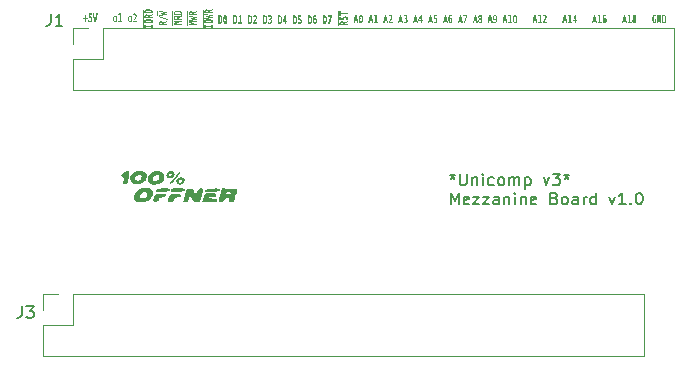
<source format=gbr>
%TF.GenerationSoftware,KiCad,Pcbnew,8.0.7-8.0.7-0~ubuntu22.04.1*%
%TF.CreationDate,2024-12-18T08:29:18+01:00*%
%TF.ProjectId,Mezzanine_v1,4d657a7a-616e-4696-9e65-5f76312e6b69,rev?*%
%TF.SameCoordinates,Original*%
%TF.FileFunction,Legend,Top*%
%TF.FilePolarity,Positive*%
%FSLAX46Y46*%
G04 Gerber Fmt 4.6, Leading zero omitted, Abs format (unit mm)*
G04 Created by KiCad (PCBNEW 8.0.7-8.0.7-0~ubuntu22.04.1) date 2024-12-18 08:29:18*
%MOMM*%
%LPD*%
G01*
G04 APERTURE LIST*
%ADD10C,0.100000*%
%ADD11C,0.150000*%
%ADD12C,0.120000*%
%ADD13C,0.000000*%
G04 APERTURE END LIST*
D10*
G36*
X92149624Y-50569211D02*
G01*
X92149624Y-50777111D01*
X92297391Y-50777111D01*
X92297391Y-50886532D01*
X92149624Y-50886532D01*
X92149624Y-51094431D01*
X92068292Y-51094431D01*
X92068292Y-50886532D01*
X91919914Y-50886532D01*
X91919914Y-50777111D01*
X92068292Y-50777111D01*
X92068292Y-50569211D01*
X92149624Y-50569211D01*
G37*
G36*
X92384586Y-50416022D02*
G01*
X92663145Y-50416022D01*
X92663145Y-50536385D01*
X92466652Y-50536385D01*
X92466652Y-50680855D01*
X92490412Y-50671549D01*
X92493030Y-50670939D01*
X92518065Y-50667769D01*
X92522950Y-50667690D01*
X92550554Y-50670034D01*
X92576124Y-50677067D01*
X92599659Y-50688788D01*
X92621158Y-50705197D01*
X92640623Y-50726294D01*
X92646659Y-50734368D01*
X92662762Y-50760715D01*
X92675533Y-50789875D01*
X92684972Y-50821848D01*
X92691080Y-50856633D01*
X92693857Y-50894232D01*
X92694042Y-50907390D01*
X92692234Y-50947673D01*
X92686812Y-50984663D01*
X92677774Y-51018359D01*
X92665122Y-51048761D01*
X92648854Y-51075869D01*
X92642629Y-51084173D01*
X92622081Y-51106252D01*
X92598905Y-51123763D01*
X92573102Y-51136706D01*
X92544672Y-51145081D01*
X92518973Y-51148571D01*
X92502678Y-51149142D01*
X92477845Y-51147988D01*
X92452806Y-51144525D01*
X92435999Y-51140935D01*
X92410606Y-51133626D01*
X92386966Y-51124899D01*
X92367367Y-51116315D01*
X92367367Y-50985010D01*
X92390748Y-51000985D01*
X92414653Y-51013349D01*
X92425863Y-51017837D01*
X92450371Y-51024921D01*
X92474880Y-51028394D01*
X92486191Y-51028779D01*
X92511386Y-51026845D01*
X92535881Y-51020045D01*
X92560283Y-51005086D01*
X92567646Y-50997833D01*
X92584613Y-50970681D01*
X92593750Y-50935643D01*
X92595490Y-50907903D01*
X92592214Y-50873090D01*
X92581169Y-50840965D01*
X92567768Y-50820879D01*
X92546615Y-50802190D01*
X92521103Y-50791259D01*
X92494129Y-50788053D01*
X92468659Y-50789856D01*
X92443081Y-50795266D01*
X92439663Y-50796260D01*
X92415717Y-50805011D01*
X92391537Y-50816904D01*
X92384586Y-50820879D01*
X92384586Y-50416022D01*
G37*
G36*
X92950985Y-51019204D02*
G01*
X93041233Y-50416022D01*
X93143327Y-50416022D01*
X93021327Y-51138200D01*
X92880888Y-51138200D01*
X92758888Y-50416022D01*
X92860982Y-50416022D01*
X92950985Y-51019204D01*
G37*
G36*
X94659998Y-50592932D02*
G01*
X94687498Y-50599985D01*
X94712646Y-50612327D01*
X94735440Y-50629958D01*
X94755882Y-50652878D01*
X94765221Y-50666322D01*
X94781615Y-50696408D01*
X94794616Y-50730244D01*
X94804226Y-50767830D01*
X94809643Y-50802018D01*
X94812705Y-50838810D01*
X94813459Y-50870119D01*
X94812281Y-50908994D01*
X94808748Y-50945265D01*
X94802860Y-50978932D01*
X94792685Y-51015893D01*
X94779118Y-51049104D01*
X94765221Y-51073915D01*
X94745956Y-51099480D01*
X94724337Y-51119756D01*
X94700366Y-51134743D01*
X94674042Y-51144440D01*
X94645366Y-51148848D01*
X94635284Y-51149142D01*
X94610640Y-51147305D01*
X94583209Y-51140252D01*
X94558113Y-51127911D01*
X94535352Y-51110279D01*
X94514928Y-51087359D01*
X94505591Y-51073915D01*
X94489198Y-51043829D01*
X94476196Y-51009993D01*
X94466586Y-50972407D01*
X94461169Y-50938219D01*
X94458107Y-50901427D01*
X94457353Y-50870119D01*
X94557981Y-50870119D01*
X94559263Y-50907924D01*
X94563771Y-50945193D01*
X94572587Y-50980069D01*
X94578497Y-50994927D01*
X94596157Y-51022223D01*
X94620211Y-51037577D01*
X94635284Y-51039721D01*
X94660346Y-51033422D01*
X94680942Y-51014524D01*
X94692193Y-50994927D01*
X94703076Y-50963491D01*
X94709425Y-50929317D01*
X94712327Y-50894263D01*
X94712831Y-50870119D01*
X94711541Y-50832313D01*
X94707006Y-50795044D01*
X94698138Y-50760168D01*
X94692193Y-50745310D01*
X94674573Y-50718014D01*
X94652488Y-50703316D01*
X94635284Y-50700516D01*
X94610354Y-50706815D01*
X94589786Y-50725713D01*
X94578497Y-50745310D01*
X94567678Y-50776746D01*
X94561367Y-50810920D01*
X94558482Y-50845974D01*
X94557981Y-50870119D01*
X94457353Y-50870119D01*
X94458531Y-50831243D01*
X94462064Y-50794972D01*
X94467952Y-50761306D01*
X94478127Y-50724344D01*
X94491694Y-50691133D01*
X94505591Y-50666322D01*
X94524848Y-50640757D01*
X94546441Y-50620481D01*
X94570369Y-50605494D01*
X94596633Y-50595797D01*
X94625232Y-50591389D01*
X94635284Y-50591096D01*
X94659998Y-50592932D01*
G37*
G36*
X94909324Y-51017837D02*
G01*
X95022653Y-51017837D01*
X95022653Y-50536385D01*
X94917140Y-50569211D01*
X94917140Y-50448848D01*
X95023264Y-50416022D01*
X95121205Y-50416022D01*
X95121205Y-51017837D01*
X95234534Y-51017837D01*
X95234534Y-51138200D01*
X94909324Y-51138200D01*
X94909324Y-51017837D01*
G37*
G36*
X95923222Y-50592932D02*
G01*
X95950722Y-50599985D01*
X95975870Y-50612327D01*
X95998664Y-50629958D01*
X96019106Y-50652878D01*
X96028445Y-50666322D01*
X96044839Y-50696408D01*
X96057840Y-50730244D01*
X96067450Y-50767830D01*
X96072867Y-50802018D01*
X96075929Y-50838810D01*
X96076683Y-50870119D01*
X96075505Y-50908994D01*
X96071972Y-50945265D01*
X96066084Y-50978932D01*
X96055909Y-51015893D01*
X96042342Y-51049104D01*
X96028445Y-51073915D01*
X96009180Y-51099480D01*
X95987561Y-51119756D01*
X95963590Y-51134743D01*
X95937266Y-51144440D01*
X95908590Y-51148848D01*
X95898508Y-51149142D01*
X95873864Y-51147305D01*
X95846433Y-51140252D01*
X95821337Y-51127911D01*
X95798576Y-51110279D01*
X95778152Y-51087359D01*
X95768815Y-51073915D01*
X95752422Y-51043829D01*
X95739420Y-51009993D01*
X95729810Y-50972407D01*
X95724393Y-50938219D01*
X95721331Y-50901427D01*
X95720577Y-50870119D01*
X95821205Y-50870119D01*
X95822487Y-50907924D01*
X95826995Y-50945193D01*
X95835811Y-50980069D01*
X95841721Y-50994927D01*
X95859381Y-51022223D01*
X95883435Y-51037577D01*
X95898508Y-51039721D01*
X95923570Y-51033422D01*
X95944166Y-51014524D01*
X95955417Y-50994927D01*
X95966300Y-50963491D01*
X95972649Y-50929317D01*
X95975551Y-50894263D01*
X95976055Y-50870119D01*
X95974765Y-50832313D01*
X95970230Y-50795044D01*
X95961362Y-50760168D01*
X95955417Y-50745310D01*
X95937797Y-50718014D01*
X95915712Y-50703316D01*
X95898508Y-50700516D01*
X95873578Y-50706815D01*
X95853010Y-50725713D01*
X95841721Y-50745310D01*
X95830902Y-50776746D01*
X95824591Y-50810920D01*
X95821706Y-50845974D01*
X95821205Y-50870119D01*
X95720577Y-50870119D01*
X95721755Y-50831243D01*
X95725288Y-50794972D01*
X95731176Y-50761306D01*
X95741351Y-50724344D01*
X95754918Y-50691133D01*
X95768815Y-50666322D01*
X95788072Y-50640757D01*
X95809665Y-50620481D01*
X95833593Y-50605494D01*
X95859857Y-50595797D01*
X95888456Y-50591389D01*
X95898508Y-50591096D01*
X95923222Y-50592932D01*
G37*
G36*
X96257056Y-51017837D02*
G01*
X96473089Y-51017837D01*
X96473089Y-51138200D01*
X96147391Y-51138200D01*
X96147391Y-51021598D01*
X96202346Y-50940216D01*
X96220033Y-50913981D01*
X96241508Y-50882054D01*
X96260575Y-50853615D01*
X96281023Y-50822974D01*
X96297708Y-50797783D01*
X96314745Y-50771675D01*
X96321170Y-50761553D01*
X96337183Y-50734336D01*
X96351716Y-50705036D01*
X96358295Y-50688548D01*
X96367157Y-50654905D01*
X96369652Y-50625460D01*
X96366226Y-50590177D01*
X96353758Y-50558440D01*
X96348892Y-50551601D01*
X96327384Y-50533720D01*
X96301426Y-50526082D01*
X96289907Y-50525443D01*
X96264899Y-50528126D01*
X96239376Y-50535424D01*
X96228969Y-50539463D01*
X96205366Y-50550596D01*
X96181070Y-50564719D01*
X96158382Y-50580153D01*
X96158382Y-50448848D01*
X96181201Y-50436493D01*
X96205944Y-50425217D01*
X96230312Y-50416364D01*
X96256352Y-50409488D01*
X96281534Y-50405785D01*
X96297845Y-50405080D01*
X96322447Y-50406395D01*
X96349718Y-50411444D01*
X96374534Y-50420280D01*
X96400381Y-50435374D01*
X96422886Y-50455622D01*
X96425828Y-50458936D01*
X96443958Y-50484296D01*
X96457635Y-50513404D01*
X96466859Y-50546258D01*
X96471630Y-50582860D01*
X96472357Y-50605457D01*
X96470416Y-50641842D01*
X96464596Y-50676199D01*
X96462220Y-50685642D01*
X96451586Y-50717447D01*
X96437513Y-50749259D01*
X96427416Y-50768904D01*
X96409830Y-50797609D01*
X96390126Y-50827318D01*
X96372323Y-50853388D01*
X96351414Y-50883498D01*
X96332450Y-50910495D01*
X96327398Y-50917648D01*
X96308922Y-50943889D01*
X96289925Y-50970913D01*
X96271253Y-50997534D01*
X96257056Y-51017837D01*
G37*
G36*
X99042600Y-51148135D02*
G01*
X98860858Y-51210051D01*
X98839658Y-51217256D01*
X98807881Y-51229578D01*
X98781122Y-51244792D01*
X98762008Y-51265505D01*
X98758105Y-51281125D01*
X98758105Y-51313365D01*
X99042600Y-51313365D01*
X99042600Y-51414726D01*
X98320422Y-51414726D01*
X98320422Y-51268425D01*
X98320537Y-51265616D01*
X98440785Y-51265616D01*
X98440785Y-51313365D01*
X98637743Y-51313365D01*
X98637743Y-51265616D01*
X98635035Y-51239855D01*
X98623759Y-51215124D01*
X98614833Y-51206143D01*
X98584357Y-51192587D01*
X98548706Y-51188228D01*
X98539093Y-51188069D01*
X98503702Y-51190576D01*
X98471365Y-51200762D01*
X98463524Y-51205898D01*
X98447203Y-51227900D01*
X98441340Y-51253113D01*
X98440785Y-51265616D01*
X98320537Y-51265616D01*
X98321629Y-51238875D01*
X98325247Y-51212051D01*
X98331279Y-51187951D01*
X98341702Y-51162629D01*
X98358252Y-51138047D01*
X98369833Y-51126397D01*
X98398417Y-51107537D01*
X98429791Y-51095455D01*
X98467106Y-51087498D01*
X98503817Y-51083962D01*
X98530715Y-51083289D01*
X98566160Y-51084899D01*
X98601462Y-51090561D01*
X98635008Y-51101633D01*
X98649539Y-51109056D01*
X98673652Y-51127367D01*
X98690853Y-51150091D01*
X98700423Y-51174315D01*
X98702369Y-51183184D01*
X98717737Y-51160499D01*
X98722373Y-51156928D01*
X98751539Y-51141966D01*
X98783580Y-51129695D01*
X99042600Y-51036882D01*
X99042600Y-51148135D01*
G37*
G36*
X98320422Y-50730602D02*
G01*
X98320422Y-50654642D01*
X99130136Y-50924653D01*
X99130136Y-51000490D01*
X98320422Y-50730602D01*
G37*
G36*
X98320422Y-50618251D02*
G01*
X98320422Y-50529590D01*
X98850087Y-50492832D01*
X98506438Y-50448624D01*
X98506438Y-50364482D01*
X98850087Y-50312947D01*
X98320422Y-50284004D01*
X98320422Y-50194733D01*
X99042600Y-50253840D01*
X99042600Y-50348240D01*
X98662533Y-50406614D01*
X99042600Y-50461324D01*
X99042600Y-50554992D01*
X98320422Y-50618251D01*
G37*
X98181600Y-50568251D02*
X98181600Y-50247177D01*
G36*
X114333400Y-51148135D02*
G01*
X114151658Y-51210051D01*
X114130458Y-51217256D01*
X114098681Y-51229578D01*
X114071922Y-51244792D01*
X114052808Y-51265505D01*
X114048905Y-51281125D01*
X114048905Y-51313365D01*
X114333400Y-51313365D01*
X114333400Y-51414726D01*
X113611222Y-51414726D01*
X113611222Y-51268425D01*
X113611337Y-51265616D01*
X113731585Y-51265616D01*
X113731585Y-51313365D01*
X113928543Y-51313365D01*
X113928543Y-51265616D01*
X113925835Y-51239855D01*
X113914559Y-51215124D01*
X113905633Y-51206143D01*
X113875157Y-51192587D01*
X113839506Y-51188228D01*
X113829893Y-51188069D01*
X113794502Y-51190576D01*
X113762165Y-51200762D01*
X113754324Y-51205898D01*
X113738003Y-51227900D01*
X113732140Y-51253113D01*
X113731585Y-51265616D01*
X113611337Y-51265616D01*
X113612429Y-51238875D01*
X113616047Y-51212051D01*
X113622079Y-51187951D01*
X113632502Y-51162629D01*
X113649052Y-51138047D01*
X113660633Y-51126397D01*
X113689217Y-51107537D01*
X113720591Y-51095455D01*
X113757906Y-51087498D01*
X113794617Y-51083962D01*
X113821515Y-51083289D01*
X113856960Y-51084899D01*
X113892262Y-51090561D01*
X113925808Y-51101633D01*
X113940339Y-51109056D01*
X113964452Y-51127367D01*
X113981653Y-51150091D01*
X113991223Y-51174315D01*
X113993169Y-51183184D01*
X114008537Y-51160499D01*
X114013173Y-51156928D01*
X114042339Y-51141966D01*
X114074380Y-51129695D01*
X114333400Y-51036882D01*
X114333400Y-51148135D01*
G37*
G36*
X114016934Y-50864203D02*
G01*
X114004065Y-50886923D01*
X113988357Y-50911000D01*
X113969666Y-50934695D01*
X113947825Y-50955978D01*
X113931107Y-50967884D01*
X113899875Y-50982181D01*
X113866598Y-50990520D01*
X113828426Y-50994571D01*
X113809889Y-50994995D01*
X113774689Y-50993428D01*
X113737344Y-50987638D01*
X113704008Y-50977583D01*
X113674681Y-50963262D01*
X113656187Y-50950420D01*
X113634403Y-50929270D01*
X113617970Y-50904930D01*
X113608142Y-50881527D01*
X113602246Y-50855780D01*
X113600280Y-50827688D01*
X113601843Y-50801144D01*
X113606021Y-50776842D01*
X113611393Y-50756980D01*
X113620189Y-50732719D01*
X113631530Y-50708631D01*
X113644048Y-50686882D01*
X113786296Y-50686882D01*
X113766016Y-50709429D01*
X113749373Y-50732236D01*
X113737398Y-50753194D01*
X113727188Y-50778296D01*
X113721690Y-50803226D01*
X113720643Y-50819751D01*
X113723528Y-50844915D01*
X113734187Y-50868196D01*
X113741159Y-50876171D01*
X113767976Y-50891417D01*
X113799973Y-50895710D01*
X113834376Y-50889609D01*
X113848871Y-50881544D01*
X113869216Y-50859501D01*
X113884394Y-50835350D01*
X113891613Y-50821949D01*
X113914523Y-50778229D01*
X113929343Y-50752755D01*
X113946126Y-50730401D01*
X113967711Y-50708675D01*
X113991860Y-50691025D01*
X113998298Y-50687249D01*
X114029698Y-50673140D01*
X114065425Y-50663648D01*
X114100816Y-50659088D01*
X114129603Y-50658062D01*
X114168200Y-50659676D01*
X114202949Y-50664519D01*
X114238629Y-50674250D01*
X114269072Y-50688375D01*
X114290999Y-50703979D01*
X114311784Y-50726259D01*
X114325536Y-50748928D01*
X114335538Y-50774894D01*
X114341008Y-50799051D01*
X114343873Y-50825498D01*
X114344342Y-50842465D01*
X114342705Y-50868689D01*
X114337796Y-50894971D01*
X114330493Y-50918913D01*
X114320552Y-50942617D01*
X114308040Y-50965796D01*
X114292956Y-50988451D01*
X114289631Y-50992919D01*
X114147384Y-50992919D01*
X114167646Y-50970325D01*
X114184770Y-50948156D01*
X114200118Y-50924023D01*
X114205172Y-50914517D01*
X114215090Y-50890863D01*
X114221756Y-50865036D01*
X114223979Y-50839412D01*
X114220709Y-50813681D01*
X114208629Y-50789695D01*
X114200727Y-50781404D01*
X114172816Y-50765925D01*
X114138187Y-50760786D01*
X114135587Y-50760766D01*
X114101003Y-50765631D01*
X114080535Y-50774566D01*
X114056991Y-50793894D01*
X114043092Y-50814377D01*
X114016934Y-50864203D01*
G37*
G36*
X114333400Y-50355811D02*
G01*
X114333400Y-50457172D01*
X113731585Y-50457172D01*
X113731585Y-50587353D01*
X113611222Y-50587353D01*
X113611222Y-50225630D01*
X113731585Y-50225630D01*
X113731585Y-50355811D01*
X114333400Y-50355811D01*
G37*
X113472400Y-51410400D02*
X113472400Y-50247176D01*
G36*
X102301585Y-51655293D02*
G01*
X102181222Y-51655293D01*
X102181222Y-51349989D01*
X102301585Y-51349989D01*
X102301585Y-51451961D01*
X102783037Y-51451961D01*
X102783037Y-51349989D01*
X102903400Y-51349989D01*
X102903400Y-51655293D01*
X102783037Y-51655293D01*
X102783037Y-51553321D01*
X102301585Y-51553321D01*
X102301585Y-51655293D01*
G37*
G36*
X102586990Y-50902149D02*
G01*
X102628704Y-50904284D01*
X102667624Y-50907843D01*
X102703749Y-50912825D01*
X102737080Y-50919231D01*
X102774815Y-50929239D01*
X102808183Y-50941472D01*
X102820308Y-50946988D01*
X102847398Y-50962255D01*
X102873845Y-50983402D01*
X102893680Y-51007630D01*
X102906903Y-51034942D01*
X102912872Y-51060056D01*
X102914342Y-51081688D01*
X102912046Y-51108448D01*
X102905159Y-51133084D01*
X102890833Y-51159846D01*
X102869896Y-51183551D01*
X102842347Y-51204199D01*
X102820308Y-51216266D01*
X102788686Y-51229354D01*
X102752698Y-51240223D01*
X102712344Y-51248874D01*
X102676917Y-51254198D01*
X102638696Y-51258102D01*
X102597681Y-51260586D01*
X102553871Y-51261651D01*
X102542482Y-51261695D01*
X102497896Y-51260986D01*
X102456121Y-51258856D01*
X102417155Y-51255307D01*
X102381001Y-51250338D01*
X102347656Y-51243950D01*
X102309928Y-51233968D01*
X102276590Y-51221767D01*
X102264485Y-51216266D01*
X102237346Y-51200970D01*
X102210851Y-51179812D01*
X102190979Y-51155598D01*
X102177732Y-51128327D01*
X102171752Y-51103266D01*
X102170280Y-51081688D01*
X102290643Y-51081688D01*
X102297674Y-51105920D01*
X102318765Y-51125216D01*
X102350141Y-51138475D01*
X102384474Y-51146275D01*
X102422036Y-51151273D01*
X102459819Y-51154198D01*
X102495244Y-51155678D01*
X102534251Y-51156287D01*
X102542482Y-51156305D01*
X102582106Y-51155869D01*
X102618166Y-51154563D01*
X102656733Y-51151847D01*
X102695239Y-51147094D01*
X102730691Y-51139572D01*
X102734481Y-51138475D01*
X102765857Y-51125216D01*
X102786948Y-51105920D01*
X102793979Y-51081688D01*
X102786948Y-51057333D01*
X102765857Y-51037999D01*
X102734481Y-51024780D01*
X102700170Y-51016926D01*
X102662661Y-51011894D01*
X102624950Y-51008949D01*
X102589603Y-51007459D01*
X102550692Y-51006846D01*
X102542482Y-51006828D01*
X102502759Y-51007266D01*
X102466617Y-51008581D01*
X102427975Y-51011316D01*
X102389410Y-51016102D01*
X102353931Y-51023675D01*
X102350141Y-51024780D01*
X102318765Y-51037999D01*
X102297674Y-51057333D01*
X102290643Y-51081688D01*
X102170280Y-51081688D01*
X102172580Y-51054862D01*
X102179480Y-51030176D01*
X102193831Y-51003378D01*
X102214806Y-50979663D01*
X102242405Y-50959031D01*
X102264485Y-50946988D01*
X102296066Y-50933866D01*
X102332038Y-50922967D01*
X102372401Y-50914293D01*
X102407853Y-50908955D01*
X102446116Y-50905040D01*
X102487189Y-50902549D01*
X102531072Y-50901482D01*
X102542482Y-50901437D01*
X102586990Y-50902149D01*
G37*
G36*
X102181222Y-50872250D02*
G01*
X102181222Y-50783590D01*
X102710887Y-50746831D01*
X102367238Y-50702624D01*
X102367238Y-50618482D01*
X102710887Y-50566947D01*
X102181222Y-50538004D01*
X102181222Y-50448733D01*
X102903400Y-50507840D01*
X102903400Y-50602240D01*
X102523333Y-50660614D01*
X102903400Y-50715324D01*
X102903400Y-50808991D01*
X102181222Y-50872250D01*
G37*
G36*
X102903400Y-50138911D02*
G01*
X102721658Y-50200827D01*
X102700458Y-50208032D01*
X102668681Y-50220354D01*
X102641922Y-50235568D01*
X102622808Y-50256281D01*
X102618905Y-50271901D01*
X102618905Y-50304141D01*
X102903400Y-50304141D01*
X102903400Y-50405502D01*
X102181222Y-50405502D01*
X102181222Y-50259201D01*
X102181337Y-50256392D01*
X102301585Y-50256392D01*
X102301585Y-50304141D01*
X102498543Y-50304141D01*
X102498543Y-50256392D01*
X102495835Y-50230631D01*
X102484559Y-50205900D01*
X102475633Y-50196919D01*
X102445157Y-50183363D01*
X102409506Y-50179004D01*
X102399893Y-50178845D01*
X102364502Y-50181352D01*
X102332165Y-50191538D01*
X102324324Y-50196674D01*
X102308003Y-50218676D01*
X102302140Y-50243889D01*
X102301585Y-50256392D01*
X102181337Y-50256392D01*
X102182429Y-50229651D01*
X102186047Y-50202827D01*
X102192079Y-50178727D01*
X102202502Y-50153405D01*
X102219052Y-50128823D01*
X102230633Y-50117173D01*
X102259217Y-50098313D01*
X102290591Y-50086231D01*
X102327906Y-50078274D01*
X102364617Y-50074738D01*
X102391515Y-50074065D01*
X102426960Y-50075675D01*
X102462262Y-50081337D01*
X102495808Y-50092409D01*
X102510339Y-50099832D01*
X102534452Y-50118143D01*
X102551653Y-50140867D01*
X102561223Y-50165091D01*
X102563169Y-50173960D01*
X102578537Y-50151275D01*
X102583173Y-50147704D01*
X102612339Y-50132742D01*
X102644380Y-50120471D01*
X102903400Y-50027658D01*
X102903400Y-50138911D01*
G37*
X102042400Y-51664400D02*
X102042400Y-50080102D01*
G36*
X103513099Y-50569742D02*
G01*
X103541217Y-50573701D01*
X103567138Y-50580299D01*
X103590860Y-50589537D01*
X103617421Y-50604796D01*
X103640548Y-50624179D01*
X103660240Y-50647685D01*
X103663766Y-50652881D01*
X103679703Y-50681843D01*
X103692939Y-50716047D01*
X103703474Y-50755493D01*
X103709957Y-50790825D01*
X103714711Y-50829513D01*
X103717737Y-50871555D01*
X103719033Y-50916953D01*
X103719087Y-50928827D01*
X103718601Y-50963886D01*
X103716440Y-51007705D01*
X103712550Y-51048180D01*
X103706932Y-51085310D01*
X103699584Y-51119095D01*
X103687969Y-51156623D01*
X103673653Y-51188925D01*
X103663766Y-51205798D01*
X103644761Y-51230228D01*
X103622321Y-51250518D01*
X103596447Y-51266666D01*
X103567138Y-51278674D01*
X103541217Y-51285299D01*
X103513099Y-51289274D01*
X103482782Y-51290600D01*
X103374216Y-51290600D01*
X103374216Y-51170237D01*
X103475577Y-51170237D01*
X103503054Y-51170237D01*
X103527586Y-51167610D01*
X103551587Y-51158178D01*
X103573442Y-51139366D01*
X103588295Y-51115355D01*
X103599408Y-51083117D01*
X103606527Y-51047037D01*
X103610695Y-51010263D01*
X103612803Y-50975496D01*
X103613672Y-50936980D01*
X103613696Y-50928827D01*
X103613076Y-50889816D01*
X103611216Y-50854529D01*
X103607346Y-50817098D01*
X103600574Y-50780206D01*
X103589858Y-50746979D01*
X103588295Y-50743496D01*
X103571283Y-50717049D01*
X103548822Y-50699257D01*
X103524283Y-50690709D01*
X103503054Y-50688785D01*
X103475577Y-50688785D01*
X103475577Y-51170237D01*
X103374216Y-51170237D01*
X103374216Y-50568422D01*
X103482782Y-50568422D01*
X103513099Y-50569742D01*
G37*
G36*
X103983907Y-50873668D02*
G01*
X103990441Y-50881297D01*
X104002004Y-50911976D01*
X104002775Y-50924211D01*
X103995837Y-50957582D01*
X103990441Y-50966782D01*
X103968642Y-50983131D01*
X103959911Y-50984221D01*
X103936143Y-50974604D01*
X103929624Y-50967124D01*
X103918061Y-50936510D01*
X103917290Y-50924211D01*
X103924228Y-50890519D01*
X103929624Y-50881297D01*
X103951286Y-50864948D01*
X103959911Y-50863858D01*
X103983907Y-50873668D01*
G37*
G36*
X103985464Y-50559743D02*
G01*
X104013365Y-50568430D01*
X104038252Y-50583633D01*
X104060125Y-50605351D01*
X104078984Y-50633586D01*
X104087283Y-50650146D01*
X104099456Y-50681404D01*
X104109566Y-50717262D01*
X104117612Y-50757719D01*
X104122564Y-50793397D01*
X104126195Y-50832019D01*
X104128506Y-50873585D01*
X104129496Y-50918094D01*
X104129537Y-50929682D01*
X104128877Y-50974847D01*
X104126896Y-51017080D01*
X104123595Y-51056379D01*
X104118974Y-51092744D01*
X104113032Y-51126177D01*
X104103747Y-51163843D01*
X104092400Y-51196926D01*
X104087283Y-51208876D01*
X104069931Y-51240368D01*
X104049565Y-51265344D01*
X104026185Y-51283805D01*
X103999791Y-51295750D01*
X103975494Y-51300727D01*
X103959911Y-51301542D01*
X103934428Y-51299275D01*
X103906596Y-51290572D01*
X103881760Y-51275341D01*
X103859921Y-51253582D01*
X103841079Y-51225296D01*
X103832782Y-51208705D01*
X103820609Y-51177369D01*
X103810500Y-51141492D01*
X103802453Y-51101074D01*
X103797502Y-51065469D01*
X103793871Y-51026958D01*
X103791560Y-50985541D01*
X103790569Y-50941217D01*
X103790528Y-50929682D01*
X103892500Y-50929682D01*
X103892893Y-50969023D01*
X103894074Y-51004875D01*
X103896530Y-51043291D01*
X103900827Y-51081759D01*
X103907628Y-51117348D01*
X103908620Y-51121168D01*
X103920608Y-51152814D01*
X103939842Y-51175318D01*
X103959911Y-51181179D01*
X103983684Y-51172740D01*
X104002065Y-51147423D01*
X104011324Y-51121168D01*
X104018430Y-51086696D01*
X104022982Y-51049206D01*
X104025647Y-51011627D01*
X104026995Y-50976473D01*
X104027550Y-50937829D01*
X104027566Y-50929682D01*
X104027169Y-50890242D01*
X104025980Y-50854308D01*
X104023505Y-50815816D01*
X104019175Y-50777289D01*
X104012323Y-50741674D01*
X104011324Y-50737854D01*
X103999376Y-50706207D01*
X103980096Y-50683703D01*
X103959911Y-50677843D01*
X103934537Y-50687747D01*
X103916625Y-50714471D01*
X103908620Y-50737854D01*
X103901567Y-50772347D01*
X103897049Y-50809891D01*
X103894404Y-50847542D01*
X103893066Y-50882775D01*
X103892515Y-50921513D01*
X103892500Y-50929682D01*
X103790528Y-50929682D01*
X103791188Y-50884554D01*
X103793169Y-50842348D01*
X103796470Y-50803065D01*
X103801092Y-50766705D01*
X103807034Y-50733267D01*
X103816318Y-50695579D01*
X103827665Y-50662458D01*
X103832782Y-50650488D01*
X103850126Y-50618880D01*
X103870466Y-50593811D01*
X103893803Y-50575282D01*
X103920137Y-50563293D01*
X103944371Y-50558298D01*
X103959911Y-50557480D01*
X103985464Y-50559743D01*
G37*
G36*
X104776323Y-50569742D02*
G01*
X104804441Y-50573701D01*
X104830362Y-50580299D01*
X104854084Y-50589537D01*
X104880645Y-50604796D01*
X104903772Y-50624179D01*
X104923464Y-50647685D01*
X104926990Y-50652881D01*
X104942927Y-50681843D01*
X104956163Y-50716047D01*
X104966698Y-50755493D01*
X104973181Y-50790825D01*
X104977935Y-50829513D01*
X104980961Y-50871555D01*
X104982257Y-50916953D01*
X104982311Y-50928827D01*
X104981825Y-50963886D01*
X104979664Y-51007705D01*
X104975774Y-51048180D01*
X104970156Y-51085310D01*
X104962808Y-51119095D01*
X104951193Y-51156623D01*
X104936877Y-51188925D01*
X104926990Y-51205798D01*
X104907985Y-51230228D01*
X104885545Y-51250518D01*
X104859671Y-51266666D01*
X104830362Y-51278674D01*
X104804441Y-51285299D01*
X104776323Y-51289274D01*
X104746006Y-51290600D01*
X104637440Y-51290600D01*
X104637440Y-51170237D01*
X104738801Y-51170237D01*
X104766278Y-51170237D01*
X104790810Y-51167610D01*
X104814811Y-51158178D01*
X104836666Y-51139366D01*
X104851519Y-51115355D01*
X104862632Y-51083117D01*
X104869751Y-51047037D01*
X104873919Y-51010263D01*
X104876027Y-50975496D01*
X104876896Y-50936980D01*
X104876920Y-50928827D01*
X104876300Y-50889816D01*
X104874440Y-50854529D01*
X104870570Y-50817098D01*
X104863798Y-50780206D01*
X104853082Y-50746979D01*
X104851519Y-50743496D01*
X104834507Y-50717049D01*
X104812046Y-50699257D01*
X104787507Y-50690709D01*
X104766278Y-50688785D01*
X104738801Y-50688785D01*
X104738801Y-51170237D01*
X104637440Y-51170237D01*
X104637440Y-50568422D01*
X104746006Y-50568422D01*
X104776323Y-50569742D01*
G37*
G36*
X105076100Y-51170237D02*
G01*
X105189429Y-51170237D01*
X105189429Y-50688785D01*
X105083916Y-50721611D01*
X105083916Y-50601248D01*
X105190040Y-50568422D01*
X105287981Y-50568422D01*
X105287981Y-51170237D01*
X105401310Y-51170237D01*
X105401310Y-51290600D01*
X105076100Y-51290600D01*
X105076100Y-51170237D01*
G37*
G36*
X106039547Y-50569742D02*
G01*
X106067665Y-50573701D01*
X106093586Y-50580299D01*
X106117308Y-50589537D01*
X106143869Y-50604796D01*
X106166996Y-50624179D01*
X106186688Y-50647685D01*
X106190214Y-50652881D01*
X106206151Y-50681843D01*
X106219387Y-50716047D01*
X106229922Y-50755493D01*
X106236405Y-50790825D01*
X106241159Y-50829513D01*
X106244185Y-50871555D01*
X106245481Y-50916953D01*
X106245535Y-50928827D01*
X106245049Y-50963886D01*
X106242888Y-51007705D01*
X106238998Y-51048180D01*
X106233380Y-51085310D01*
X106226032Y-51119095D01*
X106214417Y-51156623D01*
X106200101Y-51188925D01*
X106190214Y-51205798D01*
X106171209Y-51230228D01*
X106148769Y-51250518D01*
X106122895Y-51266666D01*
X106093586Y-51278674D01*
X106067665Y-51285299D01*
X106039547Y-51289274D01*
X106009230Y-51290600D01*
X105900664Y-51290600D01*
X105900664Y-51170237D01*
X106002025Y-51170237D01*
X106029502Y-51170237D01*
X106054034Y-51167610D01*
X106078035Y-51158178D01*
X106099890Y-51139366D01*
X106114743Y-51115355D01*
X106125856Y-51083117D01*
X106132975Y-51047037D01*
X106137143Y-51010263D01*
X106139251Y-50975496D01*
X106140120Y-50936980D01*
X106140144Y-50928827D01*
X106139524Y-50889816D01*
X106137664Y-50854529D01*
X106133794Y-50817098D01*
X106127022Y-50780206D01*
X106116306Y-50746979D01*
X106114743Y-50743496D01*
X106097731Y-50717049D01*
X106075270Y-50699257D01*
X106050731Y-50690709D01*
X106029502Y-50688785D01*
X106002025Y-50688785D01*
X106002025Y-51170237D01*
X105900664Y-51170237D01*
X105900664Y-50568422D01*
X106009230Y-50568422D01*
X106039547Y-50569742D01*
G37*
G36*
X106423832Y-51170237D02*
G01*
X106639865Y-51170237D01*
X106639865Y-51290600D01*
X106314167Y-51290600D01*
X106314167Y-51173998D01*
X106369122Y-51092616D01*
X106386809Y-51066381D01*
X106408284Y-51034454D01*
X106427351Y-51006015D01*
X106447799Y-50975374D01*
X106464484Y-50950183D01*
X106481521Y-50924075D01*
X106487946Y-50913953D01*
X106503959Y-50886736D01*
X106518492Y-50857436D01*
X106525071Y-50840948D01*
X106533933Y-50807305D01*
X106536428Y-50777860D01*
X106533002Y-50742577D01*
X106520534Y-50710840D01*
X106515668Y-50704001D01*
X106494160Y-50686120D01*
X106468202Y-50678482D01*
X106456683Y-50677843D01*
X106431675Y-50680526D01*
X106406152Y-50687824D01*
X106395745Y-50691863D01*
X106372142Y-50702996D01*
X106347846Y-50717119D01*
X106325158Y-50732553D01*
X106325158Y-50601248D01*
X106347977Y-50588893D01*
X106372720Y-50577617D01*
X106397088Y-50568764D01*
X106423128Y-50561888D01*
X106448310Y-50558185D01*
X106464621Y-50557480D01*
X106489223Y-50558795D01*
X106516494Y-50563844D01*
X106541310Y-50572680D01*
X106567157Y-50587774D01*
X106589662Y-50608022D01*
X106592604Y-50611336D01*
X106610734Y-50636696D01*
X106624411Y-50665804D01*
X106633635Y-50698658D01*
X106638406Y-50735260D01*
X106639133Y-50757857D01*
X106637192Y-50794242D01*
X106631372Y-50828599D01*
X106628996Y-50838042D01*
X106618362Y-50869847D01*
X106604289Y-50901659D01*
X106594192Y-50921304D01*
X106576606Y-50950009D01*
X106556902Y-50979718D01*
X106539099Y-51005788D01*
X106518190Y-51035898D01*
X106499226Y-51062895D01*
X106494174Y-51070048D01*
X106475698Y-51096289D01*
X106456701Y-51123313D01*
X106438029Y-51149934D01*
X106423832Y-51170237D01*
G37*
G36*
X107302771Y-50569742D02*
G01*
X107330889Y-50573701D01*
X107356810Y-50580299D01*
X107380532Y-50589537D01*
X107407093Y-50604796D01*
X107430220Y-50624179D01*
X107449912Y-50647685D01*
X107453438Y-50652881D01*
X107469375Y-50681843D01*
X107482611Y-50716047D01*
X107493146Y-50755493D01*
X107499629Y-50790825D01*
X107504383Y-50829513D01*
X107507409Y-50871555D01*
X107508705Y-50916953D01*
X107508759Y-50928827D01*
X107508273Y-50963886D01*
X107506112Y-51007705D01*
X107502222Y-51048180D01*
X107496604Y-51085310D01*
X107489256Y-51119095D01*
X107477641Y-51156623D01*
X107463325Y-51188925D01*
X107453438Y-51205798D01*
X107434433Y-51230228D01*
X107411993Y-51250518D01*
X107386119Y-51266666D01*
X107356810Y-51278674D01*
X107330889Y-51285299D01*
X107302771Y-51289274D01*
X107272454Y-51290600D01*
X107163888Y-51290600D01*
X107163888Y-51170237D01*
X107265249Y-51170237D01*
X107292726Y-51170237D01*
X107317258Y-51167610D01*
X107341259Y-51158178D01*
X107363114Y-51139366D01*
X107377967Y-51115355D01*
X107389080Y-51083117D01*
X107396199Y-51047037D01*
X107400367Y-51010263D01*
X107402475Y-50975496D01*
X107403344Y-50936980D01*
X107403368Y-50928827D01*
X107402748Y-50889816D01*
X107400888Y-50854529D01*
X107397018Y-50817098D01*
X107390246Y-50780206D01*
X107379530Y-50746979D01*
X107377967Y-50743496D01*
X107360955Y-50717049D01*
X107338494Y-50699257D01*
X107313955Y-50690709D01*
X107292726Y-50688785D01*
X107265249Y-50688785D01*
X107265249Y-51170237D01*
X107163888Y-51170237D01*
X107163888Y-50568422D01*
X107272454Y-50568422D01*
X107302771Y-50569742D01*
G37*
G36*
X107726502Y-50962337D02*
G01*
X107672280Y-50962337D01*
X107672280Y-50841974D01*
X107726502Y-50841974D01*
X107752491Y-50839041D01*
X107776734Y-50828204D01*
X107785120Y-50821116D01*
X107801319Y-50794129D01*
X107805881Y-50762302D01*
X107800690Y-50726869D01*
X107785120Y-50700240D01*
X107761900Y-50684164D01*
X107735699Y-50678193D01*
X107726502Y-50677843D01*
X107700489Y-50680003D01*
X107674911Y-50685876D01*
X107664708Y-50689127D01*
X107639635Y-50698904D01*
X107616048Y-50710401D01*
X107596320Y-50721611D01*
X107596320Y-50590306D01*
X107620538Y-50580264D01*
X107644497Y-50571999D01*
X107666052Y-50566029D01*
X107691411Y-50560819D01*
X107716014Y-50558014D01*
X107731997Y-50557480D01*
X107756464Y-50558682D01*
X107783517Y-50563298D01*
X107808055Y-50571377D01*
X107833503Y-50585177D01*
X107855526Y-50603690D01*
X107858393Y-50606720D01*
X107878215Y-50633594D01*
X107892373Y-50665149D01*
X107900868Y-50701383D01*
X107903656Y-50736928D01*
X107903700Y-50742299D01*
X107901148Y-50779688D01*
X107893491Y-50812570D01*
X107879174Y-50843533D01*
X107877566Y-50846078D01*
X107859114Y-50868574D01*
X107836274Y-50885628D01*
X107811965Y-50896322D01*
X107803072Y-50898907D01*
X107828916Y-50907819D01*
X107851493Y-50921048D01*
X107872988Y-50941090D01*
X107886847Y-50960456D01*
X107900838Y-50989861D01*
X107910250Y-51024025D01*
X107914772Y-51058390D01*
X107915790Y-51086632D01*
X107914111Y-51124185D01*
X107909075Y-51158239D01*
X107898956Y-51193548D01*
X107884268Y-51224096D01*
X107868040Y-51246489D01*
X107845081Y-51267940D01*
X107822109Y-51282133D01*
X107796097Y-51292456D01*
X107767046Y-51298907D01*
X107740514Y-51301327D01*
X107729310Y-51301542D01*
X107702756Y-51300531D01*
X107676490Y-51297501D01*
X107652862Y-51292993D01*
X107627393Y-51286345D01*
X107602703Y-51277918D01*
X107580933Y-51268715D01*
X107580933Y-51137410D01*
X107603704Y-51150911D01*
X107627687Y-51162028D01*
X107650542Y-51170066D01*
X107676765Y-51176393D01*
X107701380Y-51179866D01*
X107726734Y-51181168D01*
X107729310Y-51181179D01*
X107755584Y-51177967D01*
X107779638Y-51167135D01*
X107794523Y-51153994D01*
X107810969Y-51126426D01*
X107818205Y-51091593D01*
X107818581Y-51080306D01*
X107815738Y-51044548D01*
X107806153Y-51012451D01*
X107794523Y-50993112D01*
X107773681Y-50974358D01*
X107749657Y-50964771D01*
X107726502Y-50962337D01*
G37*
G36*
X108565995Y-50569742D02*
G01*
X108594113Y-50573701D01*
X108620034Y-50580299D01*
X108643756Y-50589537D01*
X108670317Y-50604796D01*
X108693444Y-50624179D01*
X108713136Y-50647685D01*
X108716662Y-50652881D01*
X108732599Y-50681843D01*
X108745835Y-50716047D01*
X108756370Y-50755493D01*
X108762853Y-50790825D01*
X108767607Y-50829513D01*
X108770633Y-50871555D01*
X108771929Y-50916953D01*
X108771983Y-50928827D01*
X108771497Y-50963886D01*
X108769336Y-51007705D01*
X108765446Y-51048180D01*
X108759828Y-51085310D01*
X108752480Y-51119095D01*
X108740865Y-51156623D01*
X108726549Y-51188925D01*
X108716662Y-51205798D01*
X108697657Y-51230228D01*
X108675217Y-51250518D01*
X108649343Y-51266666D01*
X108620034Y-51278674D01*
X108594113Y-51285299D01*
X108565995Y-51289274D01*
X108535678Y-51290600D01*
X108427112Y-51290600D01*
X108427112Y-51170237D01*
X108528473Y-51170237D01*
X108555950Y-51170237D01*
X108580482Y-51167610D01*
X108604483Y-51158178D01*
X108626338Y-51139366D01*
X108641191Y-51115355D01*
X108652304Y-51083117D01*
X108659423Y-51047037D01*
X108663591Y-51010263D01*
X108665699Y-50975496D01*
X108666568Y-50936980D01*
X108666592Y-50928827D01*
X108665972Y-50889816D01*
X108664112Y-50854529D01*
X108660242Y-50817098D01*
X108653470Y-50780206D01*
X108642754Y-50746979D01*
X108641191Y-50743496D01*
X108624179Y-50717049D01*
X108601718Y-50699257D01*
X108577179Y-50690709D01*
X108555950Y-50688785D01*
X108528473Y-50688785D01*
X108528473Y-51170237D01*
X108427112Y-51170237D01*
X108427112Y-50568422D01*
X108535678Y-50568422D01*
X108565995Y-50569742D01*
G37*
G36*
X109136760Y-51017048D02*
G01*
X109193058Y-51017048D01*
X109193058Y-51137410D01*
X109136760Y-51137410D01*
X109136760Y-51290600D01*
X109039551Y-51290600D01*
X109039551Y-51137410D01*
X108836219Y-51137410D01*
X108836219Y-51017048D01*
X108910103Y-51017048D01*
X109039551Y-51017048D01*
X109039551Y-50728792D01*
X108910103Y-51017048D01*
X108836219Y-51017048D01*
X108836219Y-50998412D01*
X109030636Y-50568422D01*
X109136760Y-50568422D01*
X109136760Y-51017048D01*
G37*
G36*
X109829219Y-50569742D02*
G01*
X109857337Y-50573701D01*
X109883258Y-50580299D01*
X109906980Y-50589537D01*
X109933541Y-50604796D01*
X109956668Y-50624179D01*
X109976360Y-50647685D01*
X109979886Y-50652881D01*
X109995823Y-50681843D01*
X110009059Y-50716047D01*
X110019594Y-50755493D01*
X110026077Y-50790825D01*
X110030831Y-50829513D01*
X110033857Y-50871555D01*
X110035153Y-50916953D01*
X110035207Y-50928827D01*
X110034721Y-50963886D01*
X110032560Y-51007705D01*
X110028670Y-51048180D01*
X110023052Y-51085310D01*
X110015704Y-51119095D01*
X110004089Y-51156623D01*
X109989773Y-51188925D01*
X109979886Y-51205798D01*
X109960881Y-51230228D01*
X109938441Y-51250518D01*
X109912567Y-51266666D01*
X109883258Y-51278674D01*
X109857337Y-51285299D01*
X109829219Y-51289274D01*
X109798902Y-51290600D01*
X109690336Y-51290600D01*
X109690336Y-51170237D01*
X109791697Y-51170237D01*
X109819174Y-51170237D01*
X109843706Y-51167610D01*
X109867707Y-51158178D01*
X109889562Y-51139366D01*
X109904415Y-51115355D01*
X109915528Y-51083117D01*
X109922647Y-51047037D01*
X109926815Y-51010263D01*
X109928923Y-50975496D01*
X109929792Y-50936980D01*
X109929816Y-50928827D01*
X109929196Y-50889816D01*
X109927336Y-50854529D01*
X109923466Y-50817098D01*
X109916694Y-50780206D01*
X109905978Y-50746979D01*
X109904415Y-50743496D01*
X109887403Y-50717049D01*
X109864942Y-50699257D01*
X109840403Y-50690709D01*
X109819174Y-50688785D01*
X109791697Y-50688785D01*
X109791697Y-51170237D01*
X109690336Y-51170237D01*
X109690336Y-50568422D01*
X109798902Y-50568422D01*
X109829219Y-50569742D01*
G37*
G36*
X110130706Y-50568422D02*
G01*
X110409265Y-50568422D01*
X110409265Y-50688785D01*
X110212772Y-50688785D01*
X110212772Y-50833255D01*
X110236532Y-50823949D01*
X110239150Y-50823339D01*
X110264185Y-50820169D01*
X110269070Y-50820090D01*
X110296674Y-50822434D01*
X110322244Y-50829467D01*
X110345779Y-50841188D01*
X110367278Y-50857597D01*
X110386743Y-50878694D01*
X110392779Y-50886768D01*
X110408882Y-50913115D01*
X110421653Y-50942275D01*
X110431092Y-50974248D01*
X110437200Y-51009033D01*
X110439977Y-51046632D01*
X110440162Y-51059790D01*
X110438354Y-51100073D01*
X110432932Y-51137063D01*
X110423894Y-51170759D01*
X110411242Y-51201161D01*
X110394975Y-51228269D01*
X110388749Y-51236573D01*
X110368201Y-51258652D01*
X110345025Y-51276163D01*
X110319222Y-51289106D01*
X110290792Y-51297481D01*
X110265093Y-51300971D01*
X110248798Y-51301542D01*
X110223965Y-51300388D01*
X110198926Y-51296925D01*
X110182119Y-51293335D01*
X110156726Y-51286026D01*
X110133086Y-51277299D01*
X110113487Y-51268715D01*
X110113487Y-51137410D01*
X110136868Y-51153385D01*
X110160773Y-51165749D01*
X110171983Y-51170237D01*
X110196491Y-51177321D01*
X110221000Y-51180794D01*
X110232311Y-51181179D01*
X110257506Y-51179245D01*
X110282001Y-51172445D01*
X110306403Y-51157486D01*
X110313766Y-51150233D01*
X110330733Y-51123081D01*
X110339870Y-51088043D01*
X110341610Y-51060303D01*
X110338334Y-51025490D01*
X110327289Y-50993365D01*
X110313888Y-50973279D01*
X110292735Y-50954590D01*
X110267223Y-50943659D01*
X110240249Y-50940453D01*
X110214779Y-50942256D01*
X110189201Y-50947666D01*
X110185783Y-50948660D01*
X110161837Y-50957411D01*
X110137658Y-50969304D01*
X110130706Y-50973279D01*
X110130706Y-50568422D01*
G37*
G36*
X111092443Y-50569742D02*
G01*
X111120561Y-50573701D01*
X111146482Y-50580299D01*
X111170204Y-50589537D01*
X111196765Y-50604796D01*
X111219892Y-50624179D01*
X111239584Y-50647685D01*
X111243110Y-50652881D01*
X111259047Y-50681843D01*
X111272283Y-50716047D01*
X111282818Y-50755493D01*
X111289301Y-50790825D01*
X111294055Y-50829513D01*
X111297081Y-50871555D01*
X111298377Y-50916953D01*
X111298431Y-50928827D01*
X111297945Y-50963886D01*
X111295784Y-51007705D01*
X111291894Y-51048180D01*
X111286276Y-51085310D01*
X111278928Y-51119095D01*
X111267313Y-51156623D01*
X111252997Y-51188925D01*
X111243110Y-51205798D01*
X111224105Y-51230228D01*
X111201665Y-51250518D01*
X111175791Y-51266666D01*
X111146482Y-51278674D01*
X111120561Y-51285299D01*
X111092443Y-51289274D01*
X111062126Y-51290600D01*
X110953560Y-51290600D01*
X110953560Y-51170237D01*
X111054921Y-51170237D01*
X111082398Y-51170237D01*
X111106930Y-51167610D01*
X111130931Y-51158178D01*
X111152786Y-51139366D01*
X111167639Y-51115355D01*
X111178752Y-51083117D01*
X111185871Y-51047037D01*
X111190039Y-51010263D01*
X111192147Y-50975496D01*
X111193016Y-50936980D01*
X111193040Y-50928827D01*
X111192420Y-50889816D01*
X111190560Y-50854529D01*
X111186690Y-50817098D01*
X111179918Y-50780206D01*
X111169202Y-50746979D01*
X111167639Y-50743496D01*
X111150627Y-50717049D01*
X111128166Y-50699257D01*
X111103627Y-50690709D01*
X111082398Y-50688785D01*
X111054921Y-50688785D01*
X111054921Y-51170237D01*
X110953560Y-51170237D01*
X110953560Y-50568422D01*
X111062126Y-50568422D01*
X111092443Y-50569742D01*
G37*
G36*
X111604467Y-50559532D02*
G01*
X111629624Y-50565687D01*
X111653774Y-50575184D01*
X111678139Y-50588287D01*
X111681404Y-50590306D01*
X111681404Y-50721611D01*
X111659739Y-50701643D01*
X111637219Y-50685187D01*
X111629380Y-50680579D01*
X111604956Y-50670320D01*
X111581509Y-50666901D01*
X111555672Y-50670096D01*
X111530530Y-50681328D01*
X111509540Y-50700648D01*
X111497855Y-50718021D01*
X111483876Y-50750644D01*
X111475084Y-50786136D01*
X111470195Y-50822206D01*
X111468088Y-50856847D01*
X111467814Y-50869158D01*
X111484885Y-50844377D01*
X111505874Y-50826132D01*
X111508969Y-50824193D01*
X111532664Y-50813908D01*
X111557681Y-50809515D01*
X111568075Y-50809148D01*
X111592975Y-50811324D01*
X111619214Y-50819362D01*
X111642426Y-50833324D01*
X111662611Y-50853209D01*
X111675176Y-50871039D01*
X111689927Y-50900512D01*
X111701055Y-50934927D01*
X111707710Y-50968358D01*
X111711702Y-51005420D01*
X111713033Y-51046112D01*
X111711996Y-51082813D01*
X111708883Y-51116835D01*
X111702409Y-51154123D01*
X111692946Y-51187552D01*
X111680496Y-51217122D01*
X111670535Y-51234692D01*
X111650342Y-51260740D01*
X111626841Y-51280390D01*
X111600033Y-51293642D01*
X111574421Y-51299910D01*
X111551223Y-51301542D01*
X111523166Y-51299396D01*
X111497613Y-51292960D01*
X111470256Y-51279572D01*
X111446505Y-51260005D01*
X111426361Y-51234260D01*
X111414935Y-51213663D01*
X111402727Y-51183559D01*
X111392588Y-51148170D01*
X111384519Y-51107497D01*
X111379553Y-51071154D01*
X111378119Y-51055516D01*
X111480758Y-51055516D01*
X111482130Y-51090369D01*
X111487532Y-51126281D01*
X111498100Y-51157072D01*
X111516265Y-51181031D01*
X111540415Y-51191573D01*
X111548414Y-51192121D01*
X111572685Y-51186336D01*
X111593188Y-51167169D01*
X111599094Y-51157072D01*
X111609885Y-51126281D01*
X111615401Y-51090369D01*
X111616802Y-51055516D01*
X111615401Y-51020732D01*
X111609885Y-50984830D01*
X111599094Y-50953960D01*
X111580678Y-50929767D01*
X111556418Y-50919122D01*
X111548414Y-50918569D01*
X111524203Y-50924381D01*
X111503900Y-50943642D01*
X111498100Y-50953789D01*
X111486872Y-50987486D01*
X111481842Y-51024153D01*
X111480758Y-51055516D01*
X111378119Y-51055516D01*
X111375911Y-51031429D01*
X111373593Y-50988322D01*
X111372724Y-50953772D01*
X111372559Y-50929682D01*
X111373370Y-50884554D01*
X111375803Y-50842348D01*
X111379858Y-50803065D01*
X111385534Y-50766705D01*
X111392833Y-50733267D01*
X111404237Y-50695579D01*
X111418176Y-50662458D01*
X111424460Y-50650488D01*
X111441944Y-50623694D01*
X111461956Y-50601441D01*
X111484496Y-50583729D01*
X111509564Y-50570559D01*
X111537160Y-50561931D01*
X111567285Y-50557843D01*
X111580043Y-50557480D01*
X111604467Y-50559532D01*
G37*
G36*
X112355667Y-50569742D02*
G01*
X112383785Y-50573701D01*
X112409706Y-50580299D01*
X112433428Y-50589537D01*
X112459989Y-50604796D01*
X112483116Y-50624179D01*
X112502808Y-50647685D01*
X112506334Y-50652881D01*
X112522271Y-50681843D01*
X112535507Y-50716047D01*
X112546042Y-50755493D01*
X112552525Y-50790825D01*
X112557279Y-50829513D01*
X112560305Y-50871555D01*
X112561601Y-50916953D01*
X112561655Y-50928827D01*
X112561169Y-50963886D01*
X112559008Y-51007705D01*
X112555118Y-51048180D01*
X112549500Y-51085310D01*
X112542152Y-51119095D01*
X112530537Y-51156623D01*
X112516221Y-51188925D01*
X112506334Y-51205798D01*
X112487329Y-51230228D01*
X112464889Y-51250518D01*
X112439015Y-51266666D01*
X112409706Y-51278674D01*
X112383785Y-51285299D01*
X112355667Y-51289274D01*
X112325350Y-51290600D01*
X112216784Y-51290600D01*
X112216784Y-51170237D01*
X112318145Y-51170237D01*
X112345622Y-51170237D01*
X112370154Y-51167610D01*
X112394155Y-51158178D01*
X112416010Y-51139366D01*
X112430863Y-51115355D01*
X112441976Y-51083117D01*
X112449095Y-51047037D01*
X112453263Y-51010263D01*
X112455371Y-50975496D01*
X112456240Y-50936980D01*
X112456264Y-50928827D01*
X112455644Y-50889816D01*
X112453784Y-50854529D01*
X112449914Y-50817098D01*
X112443142Y-50780206D01*
X112432426Y-50746979D01*
X112430863Y-50743496D01*
X112413851Y-50717049D01*
X112391390Y-50699257D01*
X112366851Y-50690709D01*
X112345622Y-50688785D01*
X112318145Y-50688785D01*
X112318145Y-51170237D01*
X112216784Y-51170237D01*
X112216784Y-50568422D01*
X112325350Y-50568422D01*
X112355667Y-50569742D01*
G37*
G36*
X112637248Y-50568422D02*
G01*
X112961481Y-50568422D01*
X112961481Y-50669466D01*
X112787702Y-51290600D01*
X112684265Y-51290600D01*
X112851205Y-50688785D01*
X112637248Y-50688785D01*
X112637248Y-50568422D01*
G37*
D11*
X123199636Y-63968847D02*
X123199636Y-64206942D01*
X122961541Y-64111704D02*
X123199636Y-64206942D01*
X123199636Y-64206942D02*
X123437731Y-64111704D01*
X123056779Y-64397418D02*
X123199636Y-64206942D01*
X123199636Y-64206942D02*
X123342493Y-64397418D01*
X123818684Y-63968847D02*
X123818684Y-64778370D01*
X123818684Y-64778370D02*
X123866303Y-64873608D01*
X123866303Y-64873608D02*
X123913922Y-64921228D01*
X123913922Y-64921228D02*
X124009160Y-64968847D01*
X124009160Y-64968847D02*
X124199636Y-64968847D01*
X124199636Y-64968847D02*
X124294874Y-64921228D01*
X124294874Y-64921228D02*
X124342493Y-64873608D01*
X124342493Y-64873608D02*
X124390112Y-64778370D01*
X124390112Y-64778370D02*
X124390112Y-63968847D01*
X124866303Y-64302180D02*
X124866303Y-64968847D01*
X124866303Y-64397418D02*
X124913922Y-64349799D01*
X124913922Y-64349799D02*
X125009160Y-64302180D01*
X125009160Y-64302180D02*
X125152017Y-64302180D01*
X125152017Y-64302180D02*
X125247255Y-64349799D01*
X125247255Y-64349799D02*
X125294874Y-64445037D01*
X125294874Y-64445037D02*
X125294874Y-64968847D01*
X125771065Y-64968847D02*
X125771065Y-64302180D01*
X125771065Y-63968847D02*
X125723446Y-64016466D01*
X125723446Y-64016466D02*
X125771065Y-64064085D01*
X125771065Y-64064085D02*
X125818684Y-64016466D01*
X125818684Y-64016466D02*
X125771065Y-63968847D01*
X125771065Y-63968847D02*
X125771065Y-64064085D01*
X126675826Y-64921228D02*
X126580588Y-64968847D01*
X126580588Y-64968847D02*
X126390112Y-64968847D01*
X126390112Y-64968847D02*
X126294874Y-64921228D01*
X126294874Y-64921228D02*
X126247255Y-64873608D01*
X126247255Y-64873608D02*
X126199636Y-64778370D01*
X126199636Y-64778370D02*
X126199636Y-64492656D01*
X126199636Y-64492656D02*
X126247255Y-64397418D01*
X126247255Y-64397418D02*
X126294874Y-64349799D01*
X126294874Y-64349799D02*
X126390112Y-64302180D01*
X126390112Y-64302180D02*
X126580588Y-64302180D01*
X126580588Y-64302180D02*
X126675826Y-64349799D01*
X127247255Y-64968847D02*
X127152017Y-64921228D01*
X127152017Y-64921228D02*
X127104398Y-64873608D01*
X127104398Y-64873608D02*
X127056779Y-64778370D01*
X127056779Y-64778370D02*
X127056779Y-64492656D01*
X127056779Y-64492656D02*
X127104398Y-64397418D01*
X127104398Y-64397418D02*
X127152017Y-64349799D01*
X127152017Y-64349799D02*
X127247255Y-64302180D01*
X127247255Y-64302180D02*
X127390112Y-64302180D01*
X127390112Y-64302180D02*
X127485350Y-64349799D01*
X127485350Y-64349799D02*
X127532969Y-64397418D01*
X127532969Y-64397418D02*
X127580588Y-64492656D01*
X127580588Y-64492656D02*
X127580588Y-64778370D01*
X127580588Y-64778370D02*
X127532969Y-64873608D01*
X127532969Y-64873608D02*
X127485350Y-64921228D01*
X127485350Y-64921228D02*
X127390112Y-64968847D01*
X127390112Y-64968847D02*
X127247255Y-64968847D01*
X128009160Y-64968847D02*
X128009160Y-64302180D01*
X128009160Y-64397418D02*
X128056779Y-64349799D01*
X128056779Y-64349799D02*
X128152017Y-64302180D01*
X128152017Y-64302180D02*
X128294874Y-64302180D01*
X128294874Y-64302180D02*
X128390112Y-64349799D01*
X128390112Y-64349799D02*
X128437731Y-64445037D01*
X128437731Y-64445037D02*
X128437731Y-64968847D01*
X128437731Y-64445037D02*
X128485350Y-64349799D01*
X128485350Y-64349799D02*
X128580588Y-64302180D01*
X128580588Y-64302180D02*
X128723445Y-64302180D01*
X128723445Y-64302180D02*
X128818684Y-64349799D01*
X128818684Y-64349799D02*
X128866303Y-64445037D01*
X128866303Y-64445037D02*
X128866303Y-64968847D01*
X129342493Y-64302180D02*
X129342493Y-65302180D01*
X129342493Y-64349799D02*
X129437731Y-64302180D01*
X129437731Y-64302180D02*
X129628207Y-64302180D01*
X129628207Y-64302180D02*
X129723445Y-64349799D01*
X129723445Y-64349799D02*
X129771064Y-64397418D01*
X129771064Y-64397418D02*
X129818683Y-64492656D01*
X129818683Y-64492656D02*
X129818683Y-64778370D01*
X129818683Y-64778370D02*
X129771064Y-64873608D01*
X129771064Y-64873608D02*
X129723445Y-64921228D01*
X129723445Y-64921228D02*
X129628207Y-64968847D01*
X129628207Y-64968847D02*
X129437731Y-64968847D01*
X129437731Y-64968847D02*
X129342493Y-64921228D01*
X130913922Y-64302180D02*
X131152017Y-64968847D01*
X131152017Y-64968847D02*
X131390112Y-64302180D01*
X131675827Y-63968847D02*
X132294874Y-63968847D01*
X132294874Y-63968847D02*
X131961541Y-64349799D01*
X131961541Y-64349799D02*
X132104398Y-64349799D01*
X132104398Y-64349799D02*
X132199636Y-64397418D01*
X132199636Y-64397418D02*
X132247255Y-64445037D01*
X132247255Y-64445037D02*
X132294874Y-64540275D01*
X132294874Y-64540275D02*
X132294874Y-64778370D01*
X132294874Y-64778370D02*
X132247255Y-64873608D01*
X132247255Y-64873608D02*
X132199636Y-64921228D01*
X132199636Y-64921228D02*
X132104398Y-64968847D01*
X132104398Y-64968847D02*
X131818684Y-64968847D01*
X131818684Y-64968847D02*
X131723446Y-64921228D01*
X131723446Y-64921228D02*
X131675827Y-64873608D01*
X132866303Y-63968847D02*
X132866303Y-64206942D01*
X132628208Y-64111704D02*
X132866303Y-64206942D01*
X132866303Y-64206942D02*
X133104398Y-64111704D01*
X132723446Y-64397418D02*
X132866303Y-64206942D01*
X132866303Y-64206942D02*
X133009160Y-64397418D01*
X123056779Y-66578791D02*
X123056779Y-65578791D01*
X123056779Y-65578791D02*
X123390112Y-66293076D01*
X123390112Y-66293076D02*
X123723445Y-65578791D01*
X123723445Y-65578791D02*
X123723445Y-66578791D01*
X124580588Y-66531172D02*
X124485350Y-66578791D01*
X124485350Y-66578791D02*
X124294874Y-66578791D01*
X124294874Y-66578791D02*
X124199636Y-66531172D01*
X124199636Y-66531172D02*
X124152017Y-66435933D01*
X124152017Y-66435933D02*
X124152017Y-66054981D01*
X124152017Y-66054981D02*
X124199636Y-65959743D01*
X124199636Y-65959743D02*
X124294874Y-65912124D01*
X124294874Y-65912124D02*
X124485350Y-65912124D01*
X124485350Y-65912124D02*
X124580588Y-65959743D01*
X124580588Y-65959743D02*
X124628207Y-66054981D01*
X124628207Y-66054981D02*
X124628207Y-66150219D01*
X124628207Y-66150219D02*
X124152017Y-66245457D01*
X124961541Y-65912124D02*
X125485350Y-65912124D01*
X125485350Y-65912124D02*
X124961541Y-66578791D01*
X124961541Y-66578791D02*
X125485350Y-66578791D01*
X125771065Y-65912124D02*
X126294874Y-65912124D01*
X126294874Y-65912124D02*
X125771065Y-66578791D01*
X125771065Y-66578791D02*
X126294874Y-66578791D01*
X127104398Y-66578791D02*
X127104398Y-66054981D01*
X127104398Y-66054981D02*
X127056779Y-65959743D01*
X127056779Y-65959743D02*
X126961541Y-65912124D01*
X126961541Y-65912124D02*
X126771065Y-65912124D01*
X126771065Y-65912124D02*
X126675827Y-65959743D01*
X127104398Y-66531172D02*
X127009160Y-66578791D01*
X127009160Y-66578791D02*
X126771065Y-66578791D01*
X126771065Y-66578791D02*
X126675827Y-66531172D01*
X126675827Y-66531172D02*
X126628208Y-66435933D01*
X126628208Y-66435933D02*
X126628208Y-66340695D01*
X126628208Y-66340695D02*
X126675827Y-66245457D01*
X126675827Y-66245457D02*
X126771065Y-66197838D01*
X126771065Y-66197838D02*
X127009160Y-66197838D01*
X127009160Y-66197838D02*
X127104398Y-66150219D01*
X127580589Y-65912124D02*
X127580589Y-66578791D01*
X127580589Y-66007362D02*
X127628208Y-65959743D01*
X127628208Y-65959743D02*
X127723446Y-65912124D01*
X127723446Y-65912124D02*
X127866303Y-65912124D01*
X127866303Y-65912124D02*
X127961541Y-65959743D01*
X127961541Y-65959743D02*
X128009160Y-66054981D01*
X128009160Y-66054981D02*
X128009160Y-66578791D01*
X128485351Y-66578791D02*
X128485351Y-65912124D01*
X128485351Y-65578791D02*
X128437732Y-65626410D01*
X128437732Y-65626410D02*
X128485351Y-65674029D01*
X128485351Y-65674029D02*
X128532970Y-65626410D01*
X128532970Y-65626410D02*
X128485351Y-65578791D01*
X128485351Y-65578791D02*
X128485351Y-65674029D01*
X128961541Y-65912124D02*
X128961541Y-66578791D01*
X128961541Y-66007362D02*
X129009160Y-65959743D01*
X129009160Y-65959743D02*
X129104398Y-65912124D01*
X129104398Y-65912124D02*
X129247255Y-65912124D01*
X129247255Y-65912124D02*
X129342493Y-65959743D01*
X129342493Y-65959743D02*
X129390112Y-66054981D01*
X129390112Y-66054981D02*
X129390112Y-66578791D01*
X130247255Y-66531172D02*
X130152017Y-66578791D01*
X130152017Y-66578791D02*
X129961541Y-66578791D01*
X129961541Y-66578791D02*
X129866303Y-66531172D01*
X129866303Y-66531172D02*
X129818684Y-66435933D01*
X129818684Y-66435933D02*
X129818684Y-66054981D01*
X129818684Y-66054981D02*
X129866303Y-65959743D01*
X129866303Y-65959743D02*
X129961541Y-65912124D01*
X129961541Y-65912124D02*
X130152017Y-65912124D01*
X130152017Y-65912124D02*
X130247255Y-65959743D01*
X130247255Y-65959743D02*
X130294874Y-66054981D01*
X130294874Y-66054981D02*
X130294874Y-66150219D01*
X130294874Y-66150219D02*
X129818684Y-66245457D01*
X131818684Y-66054981D02*
X131961541Y-66102600D01*
X131961541Y-66102600D02*
X132009160Y-66150219D01*
X132009160Y-66150219D02*
X132056779Y-66245457D01*
X132056779Y-66245457D02*
X132056779Y-66388314D01*
X132056779Y-66388314D02*
X132009160Y-66483552D01*
X132009160Y-66483552D02*
X131961541Y-66531172D01*
X131961541Y-66531172D02*
X131866303Y-66578791D01*
X131866303Y-66578791D02*
X131485351Y-66578791D01*
X131485351Y-66578791D02*
X131485351Y-65578791D01*
X131485351Y-65578791D02*
X131818684Y-65578791D01*
X131818684Y-65578791D02*
X131913922Y-65626410D01*
X131913922Y-65626410D02*
X131961541Y-65674029D01*
X131961541Y-65674029D02*
X132009160Y-65769267D01*
X132009160Y-65769267D02*
X132009160Y-65864505D01*
X132009160Y-65864505D02*
X131961541Y-65959743D01*
X131961541Y-65959743D02*
X131913922Y-66007362D01*
X131913922Y-66007362D02*
X131818684Y-66054981D01*
X131818684Y-66054981D02*
X131485351Y-66054981D01*
X132628208Y-66578791D02*
X132532970Y-66531172D01*
X132532970Y-66531172D02*
X132485351Y-66483552D01*
X132485351Y-66483552D02*
X132437732Y-66388314D01*
X132437732Y-66388314D02*
X132437732Y-66102600D01*
X132437732Y-66102600D02*
X132485351Y-66007362D01*
X132485351Y-66007362D02*
X132532970Y-65959743D01*
X132532970Y-65959743D02*
X132628208Y-65912124D01*
X132628208Y-65912124D02*
X132771065Y-65912124D01*
X132771065Y-65912124D02*
X132866303Y-65959743D01*
X132866303Y-65959743D02*
X132913922Y-66007362D01*
X132913922Y-66007362D02*
X132961541Y-66102600D01*
X132961541Y-66102600D02*
X132961541Y-66388314D01*
X132961541Y-66388314D02*
X132913922Y-66483552D01*
X132913922Y-66483552D02*
X132866303Y-66531172D01*
X132866303Y-66531172D02*
X132771065Y-66578791D01*
X132771065Y-66578791D02*
X132628208Y-66578791D01*
X133818684Y-66578791D02*
X133818684Y-66054981D01*
X133818684Y-66054981D02*
X133771065Y-65959743D01*
X133771065Y-65959743D02*
X133675827Y-65912124D01*
X133675827Y-65912124D02*
X133485351Y-65912124D01*
X133485351Y-65912124D02*
X133390113Y-65959743D01*
X133818684Y-66531172D02*
X133723446Y-66578791D01*
X133723446Y-66578791D02*
X133485351Y-66578791D01*
X133485351Y-66578791D02*
X133390113Y-66531172D01*
X133390113Y-66531172D02*
X133342494Y-66435933D01*
X133342494Y-66435933D02*
X133342494Y-66340695D01*
X133342494Y-66340695D02*
X133390113Y-66245457D01*
X133390113Y-66245457D02*
X133485351Y-66197838D01*
X133485351Y-66197838D02*
X133723446Y-66197838D01*
X133723446Y-66197838D02*
X133818684Y-66150219D01*
X134294875Y-66578791D02*
X134294875Y-65912124D01*
X134294875Y-66102600D02*
X134342494Y-66007362D01*
X134342494Y-66007362D02*
X134390113Y-65959743D01*
X134390113Y-65959743D02*
X134485351Y-65912124D01*
X134485351Y-65912124D02*
X134580589Y-65912124D01*
X135342494Y-66578791D02*
X135342494Y-65578791D01*
X135342494Y-66531172D02*
X135247256Y-66578791D01*
X135247256Y-66578791D02*
X135056780Y-66578791D01*
X135056780Y-66578791D02*
X134961542Y-66531172D01*
X134961542Y-66531172D02*
X134913923Y-66483552D01*
X134913923Y-66483552D02*
X134866304Y-66388314D01*
X134866304Y-66388314D02*
X134866304Y-66102600D01*
X134866304Y-66102600D02*
X134913923Y-66007362D01*
X134913923Y-66007362D02*
X134961542Y-65959743D01*
X134961542Y-65959743D02*
X135056780Y-65912124D01*
X135056780Y-65912124D02*
X135247256Y-65912124D01*
X135247256Y-65912124D02*
X135342494Y-65959743D01*
X136485352Y-65912124D02*
X136723447Y-66578791D01*
X136723447Y-66578791D02*
X136961542Y-65912124D01*
X137866304Y-66578791D02*
X137294876Y-66578791D01*
X137580590Y-66578791D02*
X137580590Y-65578791D01*
X137580590Y-65578791D02*
X137485352Y-65721648D01*
X137485352Y-65721648D02*
X137390114Y-65816886D01*
X137390114Y-65816886D02*
X137294876Y-65864505D01*
X138294876Y-66483552D02*
X138342495Y-66531172D01*
X138342495Y-66531172D02*
X138294876Y-66578791D01*
X138294876Y-66578791D02*
X138247257Y-66531172D01*
X138247257Y-66531172D02*
X138294876Y-66483552D01*
X138294876Y-66483552D02*
X138294876Y-66578791D01*
X138961542Y-65578791D02*
X139056780Y-65578791D01*
X139056780Y-65578791D02*
X139152018Y-65626410D01*
X139152018Y-65626410D02*
X139199637Y-65674029D01*
X139199637Y-65674029D02*
X139247256Y-65769267D01*
X139247256Y-65769267D02*
X139294875Y-65959743D01*
X139294875Y-65959743D02*
X139294875Y-66197838D01*
X139294875Y-66197838D02*
X139247256Y-66388314D01*
X139247256Y-66388314D02*
X139199637Y-66483552D01*
X139199637Y-66483552D02*
X139152018Y-66531172D01*
X139152018Y-66531172D02*
X139056780Y-66578791D01*
X139056780Y-66578791D02*
X138961542Y-66578791D01*
X138961542Y-66578791D02*
X138866304Y-66531172D01*
X138866304Y-66531172D02*
X138818685Y-66483552D01*
X138818685Y-66483552D02*
X138771066Y-66388314D01*
X138771066Y-66388314D02*
X138723447Y-66197838D01*
X138723447Y-66197838D02*
X138723447Y-65959743D01*
X138723447Y-65959743D02*
X138771066Y-65769267D01*
X138771066Y-65769267D02*
X138818685Y-65674029D01*
X138818685Y-65674029D02*
X138866304Y-65626410D01*
X138866304Y-65626410D02*
X138961542Y-65578791D01*
D10*
G36*
X99590422Y-51380046D02*
G01*
X99590422Y-51259146D01*
X99907230Y-51197963D01*
X99590422Y-51137269D01*
X99590422Y-51015636D01*
X100312600Y-51015636D01*
X100312600Y-51102830D01*
X99734037Y-51102830D01*
X100049990Y-51157175D01*
X100049990Y-51237897D01*
X99734037Y-51292851D01*
X100312600Y-51292851D01*
X100312600Y-51380046D01*
X99590422Y-51380046D01*
G37*
G36*
X100312600Y-50676260D02*
G01*
X100130858Y-50738176D01*
X100109658Y-50745381D01*
X100077881Y-50757704D01*
X100051122Y-50772917D01*
X100032008Y-50793630D01*
X100028105Y-50809251D01*
X100028105Y-50841491D01*
X100312600Y-50841491D01*
X100312600Y-50942851D01*
X99590422Y-50942851D01*
X99590422Y-50796550D01*
X99590537Y-50793741D01*
X99710785Y-50793741D01*
X99710785Y-50841491D01*
X99907743Y-50841491D01*
X99907743Y-50793741D01*
X99905035Y-50767980D01*
X99893759Y-50743250D01*
X99884833Y-50734268D01*
X99854357Y-50720713D01*
X99818706Y-50716353D01*
X99809093Y-50716194D01*
X99773702Y-50718701D01*
X99741365Y-50728887D01*
X99733524Y-50734024D01*
X99717203Y-50756025D01*
X99711340Y-50781239D01*
X99710785Y-50793741D01*
X99590537Y-50793741D01*
X99591629Y-50767001D01*
X99595247Y-50740176D01*
X99601279Y-50716077D01*
X99611702Y-50690755D01*
X99628252Y-50666172D01*
X99639833Y-50654523D01*
X99668417Y-50635663D01*
X99699791Y-50623580D01*
X99737106Y-50615624D01*
X99773817Y-50612087D01*
X99800715Y-50611414D01*
X99836160Y-50613024D01*
X99871462Y-50618686D01*
X99905008Y-50629758D01*
X99919539Y-50637181D01*
X99943652Y-50655493D01*
X99960853Y-50678216D01*
X99970423Y-50702440D01*
X99972369Y-50711309D01*
X99987737Y-50688624D01*
X99992373Y-50685053D01*
X100021539Y-50670091D01*
X100053580Y-50657820D01*
X100312600Y-50565008D01*
X100312600Y-50676260D01*
G37*
G36*
X99985886Y-50176049D02*
G01*
X100029705Y-50178210D01*
X100070180Y-50182099D01*
X100107310Y-50187718D01*
X100141095Y-50195065D01*
X100178623Y-50206681D01*
X100210925Y-50220997D01*
X100227798Y-50230884D01*
X100252228Y-50249889D01*
X100272518Y-50272328D01*
X100288666Y-50298203D01*
X100300674Y-50327512D01*
X100307299Y-50353432D01*
X100311274Y-50381551D01*
X100312600Y-50411867D01*
X100312600Y-50520433D01*
X99590422Y-50520433D01*
X99590422Y-50411867D01*
X99591305Y-50391595D01*
X99710785Y-50391595D01*
X99710785Y-50419073D01*
X100192237Y-50419073D01*
X100192237Y-50391595D01*
X100189610Y-50367063D01*
X100180178Y-50343063D01*
X100161366Y-50321208D01*
X100137355Y-50306355D01*
X100105117Y-50295242D01*
X100069037Y-50288122D01*
X100032263Y-50283955D01*
X99997496Y-50281846D01*
X99958980Y-50280978D01*
X99950827Y-50280953D01*
X99911816Y-50281573D01*
X99876529Y-50283434D01*
X99839098Y-50287304D01*
X99802206Y-50294076D01*
X99768979Y-50304792D01*
X99765496Y-50306355D01*
X99739049Y-50323367D01*
X99721257Y-50345827D01*
X99712709Y-50370366D01*
X99710785Y-50391595D01*
X99591305Y-50391595D01*
X99591742Y-50381551D01*
X99595701Y-50353432D01*
X99602299Y-50327512D01*
X99611537Y-50303790D01*
X99626796Y-50277229D01*
X99646179Y-50254102D01*
X99669685Y-50234410D01*
X99674881Y-50230884D01*
X99703843Y-50214946D01*
X99738047Y-50201710D01*
X99777493Y-50191176D01*
X99812825Y-50184693D01*
X99851513Y-50179938D01*
X99893555Y-50176913D01*
X99938953Y-50175617D01*
X99950827Y-50175563D01*
X99985886Y-50176049D01*
G37*
X99451600Y-51359600D02*
X99451600Y-50196376D01*
G36*
X100860422Y-51430846D02*
G01*
X100860422Y-51309946D01*
X101177230Y-51248763D01*
X100860422Y-51188069D01*
X100860422Y-51066436D01*
X101582600Y-51066436D01*
X101582600Y-51153630D01*
X101004037Y-51153630D01*
X101319990Y-51207975D01*
X101319990Y-51288697D01*
X101004037Y-51343651D01*
X101582600Y-51343651D01*
X101582600Y-51430846D01*
X100860422Y-51430846D01*
G37*
G36*
X100860422Y-51039325D02*
G01*
X100860422Y-50950665D01*
X101390087Y-50913906D01*
X101046438Y-50869698D01*
X101046438Y-50785557D01*
X101390087Y-50734021D01*
X100860422Y-50705078D01*
X100860422Y-50615808D01*
X101582600Y-50674915D01*
X101582600Y-50769314D01*
X101202533Y-50827688D01*
X101582600Y-50882399D01*
X101582600Y-50976066D01*
X100860422Y-51039325D01*
G37*
G36*
X101582600Y-50305986D02*
G01*
X101400858Y-50367901D01*
X101379658Y-50375106D01*
X101347881Y-50387429D01*
X101321122Y-50402643D01*
X101302008Y-50423356D01*
X101298105Y-50438976D01*
X101298105Y-50471216D01*
X101582600Y-50471216D01*
X101582600Y-50572577D01*
X100860422Y-50572577D01*
X100860422Y-50426275D01*
X100860537Y-50423466D01*
X100980785Y-50423466D01*
X100980785Y-50471216D01*
X101177743Y-50471216D01*
X101177743Y-50423466D01*
X101175035Y-50397706D01*
X101163759Y-50372975D01*
X101154833Y-50363993D01*
X101124357Y-50350438D01*
X101088706Y-50346078D01*
X101079093Y-50345919D01*
X101043702Y-50348427D01*
X101011365Y-50358613D01*
X101003524Y-50363749D01*
X100987203Y-50385751D01*
X100981340Y-50410964D01*
X100980785Y-50423466D01*
X100860537Y-50423466D01*
X100861629Y-50396726D01*
X100865247Y-50369901D01*
X100871279Y-50345802D01*
X100881702Y-50320480D01*
X100898252Y-50295897D01*
X100909833Y-50284248D01*
X100938417Y-50265388D01*
X100969791Y-50253306D01*
X101007106Y-50245349D01*
X101043817Y-50241813D01*
X101070715Y-50241139D01*
X101106160Y-50242750D01*
X101141462Y-50248412D01*
X101175008Y-50259484D01*
X101189539Y-50266907D01*
X101213652Y-50285218D01*
X101230853Y-50307942D01*
X101240423Y-50332166D01*
X101242369Y-50341035D01*
X101257737Y-50318350D01*
X101262373Y-50314778D01*
X101291539Y-50299817D01*
X101323580Y-50287545D01*
X101582600Y-50194733D01*
X101582600Y-50305986D01*
G37*
X100721600Y-51410400D02*
X100721600Y-50247176D01*
G36*
X97221585Y-51655293D02*
G01*
X97101222Y-51655293D01*
X97101222Y-51349989D01*
X97221585Y-51349989D01*
X97221585Y-51451961D01*
X97703037Y-51451961D01*
X97703037Y-51349989D01*
X97823400Y-51349989D01*
X97823400Y-51655293D01*
X97703037Y-51655293D01*
X97703037Y-51553321D01*
X97221585Y-51553321D01*
X97221585Y-51655293D01*
G37*
G36*
X97506990Y-50902149D02*
G01*
X97548704Y-50904284D01*
X97587624Y-50907843D01*
X97623749Y-50912825D01*
X97657080Y-50919231D01*
X97694815Y-50929239D01*
X97728183Y-50941472D01*
X97740308Y-50946988D01*
X97767398Y-50962255D01*
X97793845Y-50983402D01*
X97813680Y-51007630D01*
X97826903Y-51034942D01*
X97832872Y-51060056D01*
X97834342Y-51081688D01*
X97832046Y-51108448D01*
X97825159Y-51133084D01*
X97810833Y-51159846D01*
X97789896Y-51183551D01*
X97762347Y-51204199D01*
X97740308Y-51216266D01*
X97708686Y-51229354D01*
X97672698Y-51240223D01*
X97632344Y-51248874D01*
X97596917Y-51254198D01*
X97558696Y-51258102D01*
X97517681Y-51260586D01*
X97473871Y-51261651D01*
X97462482Y-51261695D01*
X97417896Y-51260986D01*
X97376121Y-51258856D01*
X97337155Y-51255307D01*
X97301001Y-51250338D01*
X97267656Y-51243950D01*
X97229928Y-51233968D01*
X97196590Y-51221767D01*
X97184485Y-51216266D01*
X97157346Y-51200970D01*
X97130851Y-51179812D01*
X97110979Y-51155598D01*
X97097732Y-51128327D01*
X97091752Y-51103266D01*
X97090280Y-51081688D01*
X97210643Y-51081688D01*
X97217674Y-51105920D01*
X97238765Y-51125216D01*
X97270141Y-51138475D01*
X97304474Y-51146275D01*
X97342036Y-51151273D01*
X97379819Y-51154198D01*
X97415244Y-51155678D01*
X97454251Y-51156287D01*
X97462482Y-51156305D01*
X97502106Y-51155869D01*
X97538166Y-51154563D01*
X97576733Y-51151847D01*
X97615239Y-51147094D01*
X97650691Y-51139572D01*
X97654481Y-51138475D01*
X97685857Y-51125216D01*
X97706948Y-51105920D01*
X97713979Y-51081688D01*
X97706948Y-51057333D01*
X97685857Y-51037999D01*
X97654481Y-51024780D01*
X97620170Y-51016926D01*
X97582661Y-51011894D01*
X97544950Y-51008949D01*
X97509603Y-51007459D01*
X97470692Y-51006846D01*
X97462482Y-51006828D01*
X97422759Y-51007266D01*
X97386617Y-51008581D01*
X97347975Y-51011316D01*
X97309410Y-51016102D01*
X97273931Y-51023675D01*
X97270141Y-51024780D01*
X97238765Y-51037999D01*
X97217674Y-51057333D01*
X97210643Y-51081688D01*
X97090280Y-51081688D01*
X97092580Y-51054862D01*
X97099480Y-51030176D01*
X97113831Y-51003378D01*
X97134806Y-50979663D01*
X97162405Y-50959031D01*
X97184485Y-50946988D01*
X97216066Y-50933866D01*
X97252038Y-50922967D01*
X97292401Y-50914293D01*
X97327853Y-50908955D01*
X97366116Y-50905040D01*
X97407189Y-50902549D01*
X97451072Y-50901482D01*
X97462482Y-50901437D01*
X97506990Y-50902149D01*
G37*
G36*
X97823400Y-50559986D02*
G01*
X97641658Y-50621901D01*
X97620458Y-50629106D01*
X97588681Y-50641429D01*
X97561922Y-50656643D01*
X97542808Y-50677356D01*
X97538905Y-50692976D01*
X97538905Y-50725216D01*
X97823400Y-50725216D01*
X97823400Y-50826577D01*
X97101222Y-50826577D01*
X97101222Y-50680275D01*
X97101337Y-50677466D01*
X97221585Y-50677466D01*
X97221585Y-50725216D01*
X97418543Y-50725216D01*
X97418543Y-50677466D01*
X97415835Y-50651706D01*
X97404559Y-50626975D01*
X97395633Y-50617993D01*
X97365157Y-50604438D01*
X97329506Y-50600078D01*
X97319893Y-50599919D01*
X97284502Y-50602427D01*
X97252165Y-50612613D01*
X97244324Y-50617749D01*
X97228003Y-50639751D01*
X97222140Y-50664964D01*
X97221585Y-50677466D01*
X97101337Y-50677466D01*
X97102429Y-50650726D01*
X97106047Y-50623901D01*
X97112079Y-50599802D01*
X97122502Y-50574480D01*
X97139052Y-50549897D01*
X97150633Y-50538248D01*
X97179217Y-50519388D01*
X97210591Y-50507306D01*
X97247906Y-50499349D01*
X97284617Y-50495813D01*
X97311515Y-50495139D01*
X97346960Y-50496750D01*
X97382262Y-50502412D01*
X97415808Y-50513484D01*
X97430339Y-50520907D01*
X97454452Y-50539218D01*
X97471653Y-50561942D01*
X97481223Y-50586166D01*
X97483169Y-50595035D01*
X97498537Y-50572350D01*
X97503173Y-50568778D01*
X97532339Y-50553817D01*
X97564380Y-50541545D01*
X97823400Y-50448733D01*
X97823400Y-50559986D01*
G37*
G36*
X97496686Y-50059774D02*
G01*
X97540505Y-50061935D01*
X97580980Y-50065825D01*
X97618110Y-50071443D01*
X97651895Y-50078791D01*
X97689423Y-50090406D01*
X97721725Y-50104722D01*
X97738598Y-50114609D01*
X97763028Y-50133614D01*
X97783318Y-50156054D01*
X97799466Y-50181928D01*
X97811474Y-50211237D01*
X97818099Y-50237158D01*
X97822074Y-50265276D01*
X97823400Y-50295593D01*
X97823400Y-50404159D01*
X97101222Y-50404159D01*
X97101222Y-50295593D01*
X97102105Y-50275321D01*
X97221585Y-50275321D01*
X97221585Y-50302798D01*
X97703037Y-50302798D01*
X97703037Y-50275321D01*
X97700410Y-50250789D01*
X97690978Y-50226788D01*
X97672166Y-50204933D01*
X97648155Y-50190080D01*
X97615917Y-50178967D01*
X97579837Y-50171848D01*
X97543063Y-50167680D01*
X97508296Y-50165572D01*
X97469780Y-50164703D01*
X97461627Y-50164679D01*
X97422616Y-50165299D01*
X97387329Y-50167159D01*
X97349898Y-50171029D01*
X97313006Y-50177801D01*
X97279779Y-50188517D01*
X97276296Y-50190080D01*
X97249849Y-50207092D01*
X97232057Y-50229553D01*
X97223509Y-50254092D01*
X97221585Y-50275321D01*
X97102105Y-50275321D01*
X97102542Y-50265276D01*
X97106501Y-50237158D01*
X97113099Y-50211237D01*
X97122337Y-50187515D01*
X97137596Y-50160954D01*
X97156979Y-50137827D01*
X97180485Y-50118135D01*
X97185681Y-50114609D01*
X97214643Y-50098672D01*
X97248847Y-50085436D01*
X97288293Y-50074901D01*
X97323625Y-50068418D01*
X97362313Y-50063664D01*
X97404355Y-50060638D01*
X97449753Y-50059342D01*
X97461627Y-50059288D01*
X97496686Y-50059774D01*
G37*
X96962400Y-51664400D02*
X96962400Y-50080102D01*
G36*
X115220159Y-51239800D02*
G01*
X115118799Y-51239800D01*
X115087291Y-51053784D01*
X114951614Y-51053784D01*
X114920718Y-51239800D01*
X114819357Y-51239800D01*
X114875960Y-50944363D01*
X114971886Y-50944363D01*
X115067630Y-50944363D01*
X115019636Y-50648414D01*
X114971886Y-50944363D01*
X114875960Y-50944363D01*
X114957720Y-50517622D01*
X115081796Y-50517622D01*
X115220159Y-51239800D01*
G37*
G36*
X115464707Y-50822868D02*
G01*
X115471241Y-50830497D01*
X115482804Y-50861176D01*
X115483575Y-50873411D01*
X115476637Y-50906782D01*
X115471241Y-50915982D01*
X115449442Y-50932331D01*
X115440711Y-50933421D01*
X115416943Y-50923804D01*
X115410424Y-50916324D01*
X115398861Y-50885710D01*
X115398090Y-50873411D01*
X115405028Y-50839719D01*
X115410424Y-50830497D01*
X115432086Y-50814148D01*
X115440711Y-50813058D01*
X115464707Y-50822868D01*
G37*
G36*
X115466264Y-50508943D02*
G01*
X115494165Y-50517630D01*
X115519052Y-50532833D01*
X115540925Y-50554551D01*
X115559784Y-50582786D01*
X115568083Y-50599346D01*
X115580256Y-50630604D01*
X115590366Y-50666462D01*
X115598412Y-50706919D01*
X115603364Y-50742597D01*
X115606995Y-50781219D01*
X115609306Y-50822785D01*
X115610296Y-50867294D01*
X115610337Y-50878882D01*
X115609677Y-50924047D01*
X115607696Y-50966280D01*
X115604395Y-51005579D01*
X115599774Y-51041944D01*
X115593832Y-51075377D01*
X115584547Y-51113043D01*
X115573200Y-51146126D01*
X115568083Y-51158076D01*
X115550731Y-51189568D01*
X115530365Y-51214544D01*
X115506985Y-51233005D01*
X115480591Y-51244950D01*
X115456294Y-51249927D01*
X115440711Y-51250742D01*
X115415228Y-51248475D01*
X115387396Y-51239772D01*
X115362560Y-51224541D01*
X115340721Y-51202782D01*
X115321879Y-51174496D01*
X115313582Y-51157905D01*
X115301409Y-51126569D01*
X115291300Y-51090692D01*
X115283253Y-51050274D01*
X115278302Y-51014669D01*
X115274671Y-50976158D01*
X115272360Y-50934741D01*
X115271369Y-50890417D01*
X115271328Y-50878882D01*
X115373300Y-50878882D01*
X115373693Y-50918223D01*
X115374874Y-50954075D01*
X115377330Y-50992491D01*
X115381627Y-51030959D01*
X115388428Y-51066548D01*
X115389420Y-51070368D01*
X115401408Y-51102014D01*
X115420642Y-51124518D01*
X115440711Y-51130379D01*
X115464484Y-51121940D01*
X115482865Y-51096623D01*
X115492124Y-51070368D01*
X115499230Y-51035896D01*
X115503782Y-50998406D01*
X115506447Y-50960827D01*
X115507795Y-50925673D01*
X115508350Y-50887029D01*
X115508366Y-50878882D01*
X115507969Y-50839442D01*
X115506780Y-50803508D01*
X115504305Y-50765016D01*
X115499975Y-50726489D01*
X115493123Y-50690874D01*
X115492124Y-50687054D01*
X115480176Y-50655407D01*
X115460896Y-50632903D01*
X115440711Y-50627043D01*
X115415337Y-50636947D01*
X115397425Y-50663671D01*
X115389420Y-50687054D01*
X115382367Y-50721547D01*
X115377849Y-50759091D01*
X115375204Y-50796742D01*
X115373866Y-50831975D01*
X115373315Y-50870713D01*
X115373300Y-50878882D01*
X115271328Y-50878882D01*
X115271988Y-50833754D01*
X115273969Y-50791548D01*
X115277270Y-50752265D01*
X115281892Y-50715905D01*
X115287834Y-50682467D01*
X115297118Y-50644779D01*
X115308465Y-50611658D01*
X115313582Y-50599688D01*
X115330926Y-50568080D01*
X115351266Y-50543011D01*
X115374603Y-50524482D01*
X115400937Y-50512493D01*
X115425171Y-50507498D01*
X115440711Y-50506680D01*
X115466264Y-50508943D01*
G37*
G36*
X116483383Y-51239800D02*
G01*
X116382023Y-51239800D01*
X116350515Y-51053784D01*
X116214838Y-51053784D01*
X116183942Y-51239800D01*
X116082581Y-51239800D01*
X116139184Y-50944363D01*
X116235110Y-50944363D01*
X116330854Y-50944363D01*
X116282860Y-50648414D01*
X116235110Y-50944363D01*
X116139184Y-50944363D01*
X116220944Y-50517622D01*
X116345020Y-50517622D01*
X116483383Y-51239800D01*
G37*
G36*
X116556900Y-51119437D02*
G01*
X116670229Y-51119437D01*
X116670229Y-50637985D01*
X116564716Y-50670811D01*
X116564716Y-50550448D01*
X116670840Y-50517622D01*
X116768781Y-50517622D01*
X116768781Y-51119437D01*
X116882110Y-51119437D01*
X116882110Y-51239800D01*
X116556900Y-51239800D01*
X116556900Y-51119437D01*
G37*
G36*
X117746607Y-51239800D02*
G01*
X117645247Y-51239800D01*
X117613739Y-51053784D01*
X117478062Y-51053784D01*
X117447166Y-51239800D01*
X117345805Y-51239800D01*
X117402408Y-50944363D01*
X117498334Y-50944363D01*
X117594078Y-50944363D01*
X117546084Y-50648414D01*
X117498334Y-50944363D01*
X117402408Y-50944363D01*
X117484168Y-50517622D01*
X117608244Y-50517622D01*
X117746607Y-51239800D01*
G37*
G36*
X117904632Y-51119437D02*
G01*
X118120665Y-51119437D01*
X118120665Y-51239800D01*
X117794967Y-51239800D01*
X117794967Y-51123198D01*
X117849922Y-51041816D01*
X117867609Y-51015581D01*
X117889084Y-50983654D01*
X117908151Y-50955215D01*
X117928599Y-50924574D01*
X117945284Y-50899383D01*
X117962321Y-50873275D01*
X117968746Y-50863153D01*
X117984759Y-50835936D01*
X117999292Y-50806636D01*
X118005871Y-50790148D01*
X118014733Y-50756505D01*
X118017228Y-50727060D01*
X118013802Y-50691777D01*
X118001334Y-50660040D01*
X117996468Y-50653201D01*
X117974960Y-50635320D01*
X117949002Y-50627682D01*
X117937483Y-50627043D01*
X117912475Y-50629726D01*
X117886952Y-50637024D01*
X117876545Y-50641063D01*
X117852942Y-50652196D01*
X117828646Y-50666319D01*
X117805958Y-50681753D01*
X117805958Y-50550448D01*
X117828777Y-50538093D01*
X117853520Y-50526817D01*
X117877888Y-50517964D01*
X117903928Y-50511088D01*
X117929110Y-50507385D01*
X117945421Y-50506680D01*
X117970023Y-50507995D01*
X117997294Y-50513044D01*
X118022110Y-50521880D01*
X118047957Y-50536974D01*
X118070462Y-50557222D01*
X118073404Y-50560536D01*
X118091534Y-50585896D01*
X118105211Y-50615004D01*
X118114435Y-50647858D01*
X118119206Y-50684460D01*
X118119933Y-50707057D01*
X118117992Y-50743442D01*
X118112172Y-50777799D01*
X118109796Y-50787242D01*
X118099162Y-50819047D01*
X118085089Y-50850859D01*
X118074992Y-50870504D01*
X118057406Y-50899209D01*
X118037702Y-50928918D01*
X118019899Y-50954988D01*
X117998990Y-50985098D01*
X117980026Y-51012095D01*
X117974974Y-51019248D01*
X117956498Y-51045489D01*
X117937501Y-51072513D01*
X117918829Y-51099134D01*
X117904632Y-51119437D01*
G37*
G36*
X119009831Y-51239800D02*
G01*
X118908471Y-51239800D01*
X118876963Y-51053784D01*
X118741286Y-51053784D01*
X118710390Y-51239800D01*
X118609029Y-51239800D01*
X118665632Y-50944363D01*
X118761558Y-50944363D01*
X118857302Y-50944363D01*
X118809308Y-50648414D01*
X118761558Y-50944363D01*
X118665632Y-50944363D01*
X118747392Y-50517622D01*
X118871468Y-50517622D01*
X119009831Y-51239800D01*
G37*
G36*
X119207302Y-50911537D02*
G01*
X119153080Y-50911537D01*
X119153080Y-50791174D01*
X119207302Y-50791174D01*
X119233291Y-50788241D01*
X119257534Y-50777404D01*
X119265920Y-50770316D01*
X119282119Y-50743329D01*
X119286681Y-50711502D01*
X119281490Y-50676069D01*
X119265920Y-50649440D01*
X119242700Y-50633364D01*
X119216499Y-50627393D01*
X119207302Y-50627043D01*
X119181289Y-50629203D01*
X119155711Y-50635076D01*
X119145508Y-50638327D01*
X119120435Y-50648104D01*
X119096848Y-50659601D01*
X119077120Y-50670811D01*
X119077120Y-50539506D01*
X119101338Y-50529464D01*
X119125297Y-50521199D01*
X119146852Y-50515229D01*
X119172211Y-50510019D01*
X119196814Y-50507214D01*
X119212797Y-50506680D01*
X119237264Y-50507882D01*
X119264317Y-50512498D01*
X119288855Y-50520577D01*
X119314303Y-50534377D01*
X119336326Y-50552890D01*
X119339193Y-50555920D01*
X119359015Y-50582794D01*
X119373173Y-50614349D01*
X119381668Y-50650583D01*
X119384456Y-50686128D01*
X119384500Y-50691499D01*
X119381948Y-50728888D01*
X119374291Y-50761770D01*
X119359974Y-50792733D01*
X119358366Y-50795278D01*
X119339914Y-50817774D01*
X119317074Y-50834828D01*
X119292765Y-50845522D01*
X119283872Y-50848107D01*
X119309716Y-50857019D01*
X119332293Y-50870248D01*
X119353788Y-50890290D01*
X119367647Y-50909656D01*
X119381638Y-50939061D01*
X119391050Y-50973225D01*
X119395572Y-51007590D01*
X119396590Y-51035832D01*
X119394911Y-51073385D01*
X119389875Y-51107439D01*
X119379756Y-51142748D01*
X119365068Y-51173296D01*
X119348840Y-51195689D01*
X119325881Y-51217140D01*
X119302909Y-51231333D01*
X119276897Y-51241656D01*
X119247846Y-51248107D01*
X119221314Y-51250527D01*
X119210110Y-51250742D01*
X119183556Y-51249731D01*
X119157290Y-51246701D01*
X119133662Y-51242193D01*
X119108193Y-51235545D01*
X119083503Y-51227118D01*
X119061733Y-51217915D01*
X119061733Y-51086610D01*
X119084504Y-51100111D01*
X119108487Y-51111228D01*
X119131342Y-51119266D01*
X119157565Y-51125593D01*
X119182180Y-51129066D01*
X119207534Y-51130368D01*
X119210110Y-51130379D01*
X119236384Y-51127167D01*
X119260438Y-51116335D01*
X119275323Y-51103194D01*
X119291769Y-51075626D01*
X119299005Y-51040793D01*
X119299381Y-51029506D01*
X119296538Y-50993748D01*
X119286953Y-50961651D01*
X119275323Y-50942312D01*
X119254481Y-50923558D01*
X119230457Y-50913971D01*
X119207302Y-50911537D01*
G37*
G36*
X120273055Y-51239800D02*
G01*
X120171695Y-51239800D01*
X120140187Y-51053784D01*
X120004510Y-51053784D01*
X119973614Y-51239800D01*
X119872253Y-51239800D01*
X119928856Y-50944363D01*
X120024782Y-50944363D01*
X120120526Y-50944363D01*
X120072532Y-50648414D01*
X120024782Y-50944363D01*
X119928856Y-50944363D01*
X120010616Y-50517622D01*
X120134692Y-50517622D01*
X120273055Y-51239800D01*
G37*
G36*
X120617560Y-50966248D02*
G01*
X120673858Y-50966248D01*
X120673858Y-51086610D01*
X120617560Y-51086610D01*
X120617560Y-51239800D01*
X120520351Y-51239800D01*
X120520351Y-51086610D01*
X120317019Y-51086610D01*
X120317019Y-50966248D01*
X120390903Y-50966248D01*
X120520351Y-50966248D01*
X120520351Y-50677992D01*
X120390903Y-50966248D01*
X120317019Y-50966248D01*
X120317019Y-50947612D01*
X120511436Y-50517622D01*
X120617560Y-50517622D01*
X120617560Y-50966248D01*
G37*
G36*
X121536279Y-51239800D02*
G01*
X121434919Y-51239800D01*
X121403411Y-51053784D01*
X121267734Y-51053784D01*
X121236838Y-51239800D01*
X121135477Y-51239800D01*
X121192080Y-50944363D01*
X121288006Y-50944363D01*
X121383750Y-50944363D01*
X121335756Y-50648414D01*
X121288006Y-50944363D01*
X121192080Y-50944363D01*
X121273840Y-50517622D01*
X121397916Y-50517622D01*
X121536279Y-51239800D01*
G37*
G36*
X121611506Y-50517622D02*
G01*
X121890065Y-50517622D01*
X121890065Y-50637985D01*
X121693572Y-50637985D01*
X121693572Y-50782455D01*
X121717332Y-50773149D01*
X121719950Y-50772539D01*
X121744985Y-50769369D01*
X121749870Y-50769290D01*
X121777474Y-50771634D01*
X121803044Y-50778667D01*
X121826579Y-50790388D01*
X121848078Y-50806797D01*
X121867543Y-50827894D01*
X121873579Y-50835968D01*
X121889682Y-50862315D01*
X121902453Y-50891475D01*
X121911892Y-50923448D01*
X121918000Y-50958233D01*
X121920777Y-50995832D01*
X121920962Y-51008990D01*
X121919154Y-51049273D01*
X121913732Y-51086263D01*
X121904694Y-51119959D01*
X121892042Y-51150361D01*
X121875775Y-51177469D01*
X121869549Y-51185773D01*
X121849001Y-51207852D01*
X121825825Y-51225363D01*
X121800022Y-51238306D01*
X121771592Y-51246681D01*
X121745893Y-51250171D01*
X121729598Y-51250742D01*
X121704765Y-51249588D01*
X121679726Y-51246125D01*
X121662919Y-51242535D01*
X121637526Y-51235226D01*
X121613886Y-51226499D01*
X121594287Y-51217915D01*
X121594287Y-51086610D01*
X121617668Y-51102585D01*
X121641573Y-51114949D01*
X121652783Y-51119437D01*
X121677291Y-51126521D01*
X121701800Y-51129994D01*
X121713111Y-51130379D01*
X121738306Y-51128445D01*
X121762801Y-51121645D01*
X121787203Y-51106686D01*
X121794566Y-51099433D01*
X121811533Y-51072281D01*
X121820670Y-51037243D01*
X121822410Y-51009503D01*
X121819134Y-50974690D01*
X121808089Y-50942565D01*
X121794688Y-50922479D01*
X121773535Y-50903790D01*
X121748023Y-50892859D01*
X121721049Y-50889653D01*
X121695579Y-50891456D01*
X121670001Y-50896866D01*
X121666583Y-50897860D01*
X121642637Y-50906611D01*
X121618458Y-50918504D01*
X121611506Y-50922479D01*
X121611506Y-50517622D01*
G37*
G36*
X122799503Y-51239800D02*
G01*
X122698143Y-51239800D01*
X122666635Y-51053784D01*
X122530958Y-51053784D01*
X122500062Y-51239800D01*
X122398701Y-51239800D01*
X122455304Y-50944363D01*
X122551230Y-50944363D01*
X122646974Y-50944363D01*
X122598980Y-50648414D01*
X122551230Y-50944363D01*
X122455304Y-50944363D01*
X122537064Y-50517622D01*
X122661140Y-50517622D01*
X122799503Y-51239800D01*
G37*
G36*
X123085267Y-50508732D02*
G01*
X123110424Y-50514887D01*
X123134574Y-50524384D01*
X123158939Y-50537487D01*
X123162204Y-50539506D01*
X123162204Y-50670811D01*
X123140539Y-50650843D01*
X123118019Y-50634387D01*
X123110180Y-50629779D01*
X123085756Y-50619520D01*
X123062309Y-50616101D01*
X123036472Y-50619296D01*
X123011330Y-50630528D01*
X122990340Y-50649848D01*
X122978655Y-50667221D01*
X122964676Y-50699844D01*
X122955884Y-50735336D01*
X122950995Y-50771406D01*
X122948888Y-50806047D01*
X122948614Y-50818358D01*
X122965685Y-50793577D01*
X122986674Y-50775332D01*
X122989769Y-50773393D01*
X123013464Y-50763108D01*
X123038481Y-50758715D01*
X123048875Y-50758348D01*
X123073775Y-50760524D01*
X123100014Y-50768562D01*
X123123226Y-50782524D01*
X123143411Y-50802409D01*
X123155976Y-50820239D01*
X123170727Y-50849712D01*
X123181855Y-50884127D01*
X123188510Y-50917558D01*
X123192502Y-50954620D01*
X123193833Y-50995312D01*
X123192796Y-51032013D01*
X123189683Y-51066035D01*
X123183209Y-51103323D01*
X123173746Y-51136752D01*
X123161296Y-51166322D01*
X123151335Y-51183892D01*
X123131142Y-51209940D01*
X123107641Y-51229590D01*
X123080833Y-51242842D01*
X123055221Y-51249110D01*
X123032023Y-51250742D01*
X123003966Y-51248596D01*
X122978413Y-51242160D01*
X122951056Y-51228772D01*
X122927305Y-51209205D01*
X122907161Y-51183460D01*
X122895735Y-51162863D01*
X122883527Y-51132759D01*
X122873388Y-51097370D01*
X122865319Y-51056697D01*
X122860353Y-51020354D01*
X122858919Y-51004716D01*
X122961558Y-51004716D01*
X122962930Y-51039569D01*
X122968332Y-51075481D01*
X122978900Y-51106272D01*
X122997065Y-51130231D01*
X123021215Y-51140773D01*
X123029214Y-51141321D01*
X123053485Y-51135536D01*
X123073988Y-51116369D01*
X123079894Y-51106272D01*
X123090685Y-51075481D01*
X123096201Y-51039569D01*
X123097602Y-51004716D01*
X123096201Y-50969932D01*
X123090685Y-50934030D01*
X123079894Y-50903160D01*
X123061478Y-50878967D01*
X123037218Y-50868322D01*
X123029214Y-50867769D01*
X123005003Y-50873581D01*
X122984700Y-50892842D01*
X122978900Y-50902989D01*
X122967672Y-50936686D01*
X122962642Y-50973353D01*
X122961558Y-51004716D01*
X122858919Y-51004716D01*
X122856711Y-50980629D01*
X122854393Y-50937522D01*
X122853524Y-50902972D01*
X122853359Y-50878882D01*
X122854170Y-50833754D01*
X122856603Y-50791548D01*
X122860658Y-50752265D01*
X122866334Y-50715905D01*
X122873633Y-50682467D01*
X122885037Y-50644779D01*
X122898976Y-50611658D01*
X122905260Y-50599688D01*
X122922744Y-50572894D01*
X122942756Y-50550641D01*
X122965296Y-50532929D01*
X122990364Y-50519759D01*
X123017960Y-50511131D01*
X123048085Y-50507043D01*
X123060843Y-50506680D01*
X123085267Y-50508732D01*
G37*
G36*
X124062727Y-51239800D02*
G01*
X123961367Y-51239800D01*
X123929859Y-51053784D01*
X123794182Y-51053784D01*
X123763286Y-51239800D01*
X123661925Y-51239800D01*
X123718528Y-50944363D01*
X123814454Y-50944363D01*
X123910198Y-50944363D01*
X123862204Y-50648414D01*
X123814454Y-50944363D01*
X123718528Y-50944363D01*
X123800288Y-50517622D01*
X123924364Y-50517622D01*
X124062727Y-51239800D01*
G37*
G36*
X124118048Y-50517622D02*
G01*
X124442281Y-50517622D01*
X124442281Y-50618666D01*
X124268502Y-51239800D01*
X124165065Y-51239800D01*
X124332005Y-50637985D01*
X124118048Y-50637985D01*
X124118048Y-50517622D01*
G37*
G36*
X125325951Y-51239800D02*
G01*
X125224591Y-51239800D01*
X125193083Y-51053784D01*
X125057406Y-51053784D01*
X125026510Y-51239800D01*
X124925149Y-51239800D01*
X124981752Y-50944363D01*
X125077678Y-50944363D01*
X125173422Y-50944363D01*
X125125428Y-50648414D01*
X125077678Y-50944363D01*
X124981752Y-50944363D01*
X125063512Y-50517622D01*
X125187588Y-50517622D01*
X125325951Y-51239800D01*
G37*
G36*
X125572324Y-50508489D02*
G01*
X125599769Y-50515173D01*
X125624326Y-50526783D01*
X125645997Y-50543317D01*
X125659709Y-50558142D01*
X125677928Y-50586117D01*
X125690942Y-50618751D01*
X125698750Y-50656044D01*
X125701312Y-50692497D01*
X125701353Y-50697996D01*
X125699409Y-50732089D01*
X125692780Y-50765659D01*
X125681447Y-50795107D01*
X125663959Y-50821946D01*
X125643432Y-50841438D01*
X125623439Y-50853749D01*
X125648252Y-50868128D01*
X125669416Y-50888184D01*
X125686930Y-50913916D01*
X125689995Y-50919744D01*
X125702682Y-50951196D01*
X125710670Y-50986355D01*
X125713842Y-51021167D01*
X125714053Y-51033439D01*
X125712521Y-51070761D01*
X125707922Y-51104765D01*
X125698683Y-51140244D01*
X125685272Y-51171206D01*
X125670456Y-51194151D01*
X125649623Y-51216201D01*
X125625272Y-51232836D01*
X125601600Y-51242783D01*
X125575344Y-51248752D01*
X125546503Y-51250742D01*
X125517744Y-51248752D01*
X125491554Y-51242783D01*
X125467930Y-51232836D01*
X125443615Y-51216201D01*
X125422794Y-51194151D01*
X125405806Y-51167059D01*
X125392991Y-51135452D01*
X125384348Y-51099328D01*
X125380261Y-51064771D01*
X125379196Y-51033439D01*
X125379581Y-51026258D01*
X125470543Y-51026258D01*
X125473480Y-51062194D01*
X125483289Y-51094830D01*
X125491426Y-51109691D01*
X125512306Y-51131313D01*
X125536174Y-51140549D01*
X125546503Y-51141321D01*
X125571971Y-51136016D01*
X125594664Y-51118438D01*
X125601579Y-51109178D01*
X125615258Y-51079987D01*
X125621964Y-51044645D01*
X125622706Y-51026258D01*
X125619753Y-50990266D01*
X125609886Y-50957732D01*
X125601702Y-50942996D01*
X125580858Y-50921491D01*
X125556898Y-50912305D01*
X125546503Y-50911537D01*
X125520976Y-50916729D01*
X125498309Y-50933933D01*
X125491426Y-50942996D01*
X125477905Y-50971913D01*
X125471277Y-51007547D01*
X125470543Y-51026258D01*
X125379581Y-51026258D01*
X125381128Y-50997378D01*
X125387807Y-50960926D01*
X125399256Y-50928282D01*
X125403621Y-50919231D01*
X125420722Y-50892413D01*
X125441497Y-50871373D01*
X125465945Y-50856109D01*
X125471276Y-50853749D01*
X125448817Y-50840048D01*
X125428300Y-50820233D01*
X125412169Y-50795448D01*
X125399816Y-50763071D01*
X125393500Y-50728999D01*
X125392436Y-50708425D01*
X125481900Y-50708425D01*
X125485220Y-50742720D01*
X125497142Y-50773580D01*
X125499242Y-50776813D01*
X125519728Y-50795790D01*
X125544645Y-50802092D01*
X125546503Y-50802116D01*
X125571964Y-50796556D01*
X125592912Y-50778370D01*
X125594008Y-50776813D01*
X125607014Y-50747064D01*
X125611332Y-50711100D01*
X125611349Y-50708425D01*
X125608030Y-50674461D01*
X125596108Y-50644061D01*
X125594008Y-50640892D01*
X125573461Y-50622299D01*
X125548375Y-50616125D01*
X125546503Y-50616101D01*
X125521426Y-50621623D01*
X125500475Y-50639687D01*
X125499364Y-50641234D01*
X125486266Y-50670512D01*
X125481917Y-50705802D01*
X125481900Y-50708425D01*
X125392436Y-50708425D01*
X125391897Y-50697996D01*
X125393884Y-50661033D01*
X125399844Y-50627637D01*
X125411522Y-50593839D01*
X125428390Y-50564699D01*
X125433418Y-50558142D01*
X125456102Y-50535628D01*
X125479006Y-50521204D01*
X125504762Y-50511706D01*
X125529108Y-50507484D01*
X125546503Y-50506680D01*
X125572324Y-50508489D01*
G37*
G36*
X126589175Y-51239800D02*
G01*
X126487815Y-51239800D01*
X126456307Y-51053784D01*
X126320630Y-51053784D01*
X126289734Y-51239800D01*
X126188373Y-51239800D01*
X126244976Y-50944363D01*
X126340903Y-50944363D01*
X126436646Y-50944363D01*
X126388652Y-50648414D01*
X126340903Y-50944363D01*
X126244976Y-50944363D01*
X126326736Y-50517622D01*
X126450812Y-50517622D01*
X126589175Y-51239800D01*
G37*
G36*
X126826022Y-50508826D02*
G01*
X126851536Y-50515262D01*
X126878847Y-50528650D01*
X126902552Y-50548217D01*
X126922651Y-50573962D01*
X126934046Y-50594559D01*
X126946289Y-50624610D01*
X126956457Y-50659945D01*
X126964550Y-50700564D01*
X126969531Y-50736865D01*
X126973183Y-50776547D01*
X126975507Y-50819612D01*
X126976379Y-50854129D01*
X126976545Y-50878198D01*
X126975734Y-50923331D01*
X126973301Y-50965553D01*
X126969246Y-51004863D01*
X126963569Y-51041261D01*
X126956270Y-51074747D01*
X126944866Y-51112510D01*
X126930928Y-51145723D01*
X126924643Y-51157734D01*
X126907195Y-51184528D01*
X126887212Y-51206781D01*
X126864695Y-51224492D01*
X126839644Y-51237662D01*
X126812059Y-51246291D01*
X126781940Y-51250378D01*
X126769182Y-51250742D01*
X126744728Y-51248647D01*
X126719479Y-51242364D01*
X126695417Y-51232820D01*
X126671086Y-51219894D01*
X126667822Y-51217915D01*
X126667822Y-51086610D01*
X126689486Y-51106965D01*
X126712006Y-51123459D01*
X126719845Y-51127985D01*
X126744270Y-51137987D01*
X126767717Y-51141321D01*
X126793393Y-51138104D01*
X126818410Y-51126797D01*
X126839332Y-51107348D01*
X126851004Y-51089859D01*
X126865012Y-51056785D01*
X126873879Y-51020620D01*
X126878870Y-50983751D01*
X126881093Y-50948268D01*
X126881412Y-50935644D01*
X126864314Y-50961840D01*
X126843244Y-50981125D01*
X126840135Y-50983174D01*
X126816453Y-50994043D01*
X126791281Y-50998686D01*
X126780784Y-50999074D01*
X126756004Y-50996898D01*
X126729862Y-50988859D01*
X126706700Y-50974898D01*
X126686518Y-50955013D01*
X126673928Y-50937183D01*
X126659224Y-50907560D01*
X126648132Y-50872995D01*
X126641499Y-50839436D01*
X126637519Y-50802246D01*
X126636192Y-50761425D01*
X126636592Y-50747235D01*
X126732424Y-50747235D01*
X126734153Y-50784097D01*
X126740050Y-50817973D01*
X126750131Y-50844859D01*
X126768547Y-50868000D01*
X126792807Y-50878182D01*
X126800812Y-50878711D01*
X126826421Y-50872264D01*
X126847374Y-50851049D01*
X126850759Y-50845030D01*
X126861987Y-50812559D01*
X126867017Y-50777326D01*
X126868101Y-50747235D01*
X126866407Y-50710406D01*
X126860632Y-50676644D01*
X126850759Y-50649953D01*
X126832664Y-50626812D01*
X126808725Y-50616630D01*
X126800812Y-50616101D01*
X126776541Y-50621688D01*
X126754797Y-50642019D01*
X126750131Y-50649953D01*
X126738666Y-50682257D01*
X126733531Y-50717305D01*
X126732424Y-50747235D01*
X126636592Y-50747235D01*
X126637224Y-50724782D01*
X126640318Y-50690827D01*
X126646756Y-50653629D01*
X126656164Y-50620302D01*
X126670895Y-50586312D01*
X126678446Y-50573358D01*
X126698609Y-50547377D01*
X126722127Y-50527778D01*
X126748999Y-50514559D01*
X126774702Y-50508308D01*
X126798003Y-50506680D01*
X126826022Y-50508826D01*
G37*
G36*
X127852399Y-51239800D02*
G01*
X127751039Y-51239800D01*
X127719531Y-51053784D01*
X127583854Y-51053784D01*
X127552958Y-51239800D01*
X127451597Y-51239800D01*
X127508200Y-50944363D01*
X127604127Y-50944363D01*
X127699870Y-50944363D01*
X127651876Y-50648414D01*
X127604127Y-50944363D01*
X127508200Y-50944363D01*
X127589960Y-50517622D01*
X127714036Y-50517622D01*
X127852399Y-51239800D01*
G37*
G36*
X127925916Y-51119437D02*
G01*
X128039245Y-51119437D01*
X128039245Y-50637985D01*
X127933732Y-50670811D01*
X127933732Y-50550448D01*
X128039856Y-50517622D01*
X128137797Y-50517622D01*
X128137797Y-51119437D01*
X128251126Y-51119437D01*
X128251126Y-51239800D01*
X127925916Y-51239800D01*
X127925916Y-51119437D01*
G37*
G36*
X128518022Y-50822868D02*
G01*
X128524556Y-50830497D01*
X128536119Y-50861176D01*
X128536890Y-50873411D01*
X128529952Y-50906782D01*
X128524556Y-50915982D01*
X128502757Y-50932331D01*
X128494025Y-50933421D01*
X128470257Y-50923804D01*
X128463739Y-50916324D01*
X128452176Y-50885710D01*
X128451405Y-50873411D01*
X128458343Y-50839719D01*
X128463739Y-50830497D01*
X128485400Y-50814148D01*
X128494025Y-50813058D01*
X128518022Y-50822868D01*
G37*
G36*
X128519578Y-50508943D02*
G01*
X128547479Y-50517630D01*
X128572366Y-50532833D01*
X128594239Y-50554551D01*
X128613099Y-50582786D01*
X128621398Y-50599346D01*
X128633571Y-50630604D01*
X128643680Y-50666462D01*
X128651727Y-50706919D01*
X128656678Y-50742597D01*
X128660310Y-50781219D01*
X128662620Y-50822785D01*
X128663611Y-50867294D01*
X128663652Y-50878882D01*
X128662992Y-50924047D01*
X128661011Y-50966280D01*
X128657710Y-51005579D01*
X128653088Y-51041944D01*
X128647147Y-51075377D01*
X128637862Y-51113043D01*
X128626515Y-51146126D01*
X128621398Y-51158076D01*
X128604046Y-51189568D01*
X128583680Y-51214544D01*
X128560300Y-51233005D01*
X128533906Y-51244950D01*
X128509608Y-51249927D01*
X128494025Y-51250742D01*
X128468543Y-51248475D01*
X128440710Y-51239772D01*
X128415875Y-51224541D01*
X128394036Y-51202782D01*
X128375194Y-51174496D01*
X128366897Y-51157905D01*
X128354724Y-51126569D01*
X128344615Y-51090692D01*
X128336568Y-51050274D01*
X128331616Y-51014669D01*
X128327985Y-50976158D01*
X128325674Y-50934741D01*
X128324684Y-50890417D01*
X128324643Y-50878882D01*
X128426614Y-50878882D01*
X128427008Y-50918223D01*
X128428189Y-50954075D01*
X128430644Y-50992491D01*
X128434942Y-51030959D01*
X128441743Y-51066548D01*
X128442734Y-51070368D01*
X128454722Y-51102014D01*
X128473956Y-51124518D01*
X128494025Y-51130379D01*
X128517799Y-51121940D01*
X128536180Y-51096623D01*
X128545438Y-51070368D01*
X128552544Y-51035896D01*
X128557097Y-50998406D01*
X128559761Y-50960827D01*
X128561110Y-50925673D01*
X128561665Y-50887029D01*
X128561681Y-50878882D01*
X128561284Y-50839442D01*
X128560094Y-50803508D01*
X128557620Y-50765016D01*
X128553290Y-50726489D01*
X128546438Y-50690874D01*
X128545438Y-50687054D01*
X128533491Y-50655407D01*
X128514211Y-50632903D01*
X128494025Y-50627043D01*
X128468652Y-50636947D01*
X128450740Y-50663671D01*
X128442734Y-50687054D01*
X128435682Y-50721547D01*
X128431164Y-50759091D01*
X128428519Y-50796742D01*
X128427181Y-50831975D01*
X128426630Y-50870713D01*
X128426614Y-50878882D01*
X128324643Y-50878882D01*
X128325303Y-50833754D01*
X128327284Y-50791548D01*
X128330585Y-50752265D01*
X128335206Y-50715905D01*
X128341148Y-50682467D01*
X128350433Y-50644779D01*
X128361780Y-50611658D01*
X128366897Y-50599688D01*
X128384241Y-50568080D01*
X128404581Y-50543011D01*
X128427918Y-50524482D01*
X128454252Y-50512493D01*
X128478486Y-50507498D01*
X128494025Y-50506680D01*
X128519578Y-50508943D01*
G37*
G36*
X130378847Y-51239800D02*
G01*
X130277487Y-51239800D01*
X130245979Y-51053784D01*
X130110302Y-51053784D01*
X130079406Y-51239800D01*
X129978045Y-51239800D01*
X130034648Y-50944363D01*
X130130575Y-50944363D01*
X130226318Y-50944363D01*
X130178324Y-50648414D01*
X130130575Y-50944363D01*
X130034648Y-50944363D01*
X130116408Y-50517622D01*
X130240484Y-50517622D01*
X130378847Y-51239800D01*
G37*
G36*
X130452364Y-51119437D02*
G01*
X130565693Y-51119437D01*
X130565693Y-50637985D01*
X130460180Y-50670811D01*
X130460180Y-50550448D01*
X130566304Y-50517622D01*
X130664245Y-50517622D01*
X130664245Y-51119437D01*
X130777574Y-51119437D01*
X130777574Y-51239800D01*
X130452364Y-51239800D01*
X130452364Y-51119437D01*
G37*
G36*
X130957947Y-51119437D02*
G01*
X131173980Y-51119437D01*
X131173980Y-51239800D01*
X130848282Y-51239800D01*
X130848282Y-51123198D01*
X130903237Y-51041816D01*
X130920924Y-51015581D01*
X130942399Y-50983654D01*
X130961466Y-50955215D01*
X130981913Y-50924574D01*
X130998598Y-50899383D01*
X131015636Y-50873275D01*
X131022061Y-50863153D01*
X131038073Y-50835936D01*
X131052607Y-50806636D01*
X131059186Y-50790148D01*
X131068048Y-50756505D01*
X131070543Y-50727060D01*
X131067117Y-50691777D01*
X131054648Y-50660040D01*
X131049782Y-50653201D01*
X131028274Y-50635320D01*
X131002316Y-50627682D01*
X130990798Y-50627043D01*
X130965790Y-50629726D01*
X130940266Y-50637024D01*
X130929859Y-50641063D01*
X130906256Y-50652196D01*
X130881961Y-50666319D01*
X130859273Y-50681753D01*
X130859273Y-50550448D01*
X130882092Y-50538093D01*
X130906835Y-50526817D01*
X130931203Y-50517964D01*
X130957243Y-50511088D01*
X130982425Y-50507385D01*
X130998736Y-50506680D01*
X131023338Y-50507995D01*
X131050609Y-50513044D01*
X131075424Y-50521880D01*
X131101272Y-50536974D01*
X131123777Y-50557222D01*
X131126719Y-50560536D01*
X131144849Y-50585896D01*
X131158525Y-50615004D01*
X131167749Y-50647858D01*
X131172520Y-50684460D01*
X131173247Y-50707057D01*
X131171307Y-50743442D01*
X131165487Y-50777799D01*
X131163111Y-50787242D01*
X131152477Y-50819047D01*
X131138404Y-50850859D01*
X131128307Y-50870504D01*
X131110721Y-50899209D01*
X131091016Y-50928918D01*
X131073214Y-50954988D01*
X131052305Y-50985098D01*
X131033341Y-51012095D01*
X131028289Y-51019248D01*
X131009813Y-51045489D01*
X130990815Y-51072513D01*
X130972144Y-51099134D01*
X130957947Y-51119437D01*
G37*
G36*
X132905295Y-51239800D02*
G01*
X132803935Y-51239800D01*
X132772427Y-51053784D01*
X132636750Y-51053784D01*
X132605854Y-51239800D01*
X132504493Y-51239800D01*
X132561096Y-50944363D01*
X132657023Y-50944363D01*
X132752766Y-50944363D01*
X132704772Y-50648414D01*
X132657023Y-50944363D01*
X132561096Y-50944363D01*
X132642856Y-50517622D01*
X132766932Y-50517622D01*
X132905295Y-51239800D01*
G37*
G36*
X132978812Y-51119437D02*
G01*
X133092141Y-51119437D01*
X133092141Y-50637985D01*
X132986628Y-50670811D01*
X132986628Y-50550448D01*
X133092752Y-50517622D01*
X133190693Y-50517622D01*
X133190693Y-51119437D01*
X133304022Y-51119437D01*
X133304022Y-51239800D01*
X132978812Y-51239800D01*
X132978812Y-51119437D01*
G37*
G36*
X133670875Y-50966248D02*
G01*
X133727173Y-50966248D01*
X133727173Y-51086610D01*
X133670875Y-51086610D01*
X133670875Y-51239800D01*
X133573666Y-51239800D01*
X133573666Y-51086610D01*
X133370334Y-51086610D01*
X133370334Y-50966248D01*
X133444217Y-50966248D01*
X133573666Y-50966248D01*
X133573666Y-50677992D01*
X133444217Y-50966248D01*
X133370334Y-50966248D01*
X133370334Y-50947612D01*
X133564751Y-50517622D01*
X133670875Y-50517622D01*
X133670875Y-50966248D01*
G37*
G36*
X135431743Y-51239800D02*
G01*
X135330383Y-51239800D01*
X135298875Y-51053784D01*
X135163198Y-51053784D01*
X135132302Y-51239800D01*
X135030941Y-51239800D01*
X135087544Y-50944363D01*
X135183471Y-50944363D01*
X135279214Y-50944363D01*
X135231220Y-50648414D01*
X135183471Y-50944363D01*
X135087544Y-50944363D01*
X135169304Y-50517622D01*
X135293380Y-50517622D01*
X135431743Y-51239800D01*
G37*
G36*
X135505260Y-51119437D02*
G01*
X135618589Y-51119437D01*
X135618589Y-50637985D01*
X135513076Y-50670811D01*
X135513076Y-50550448D01*
X135619200Y-50517622D01*
X135717141Y-50517622D01*
X135717141Y-51119437D01*
X135830470Y-51119437D01*
X135830470Y-51239800D01*
X135505260Y-51239800D01*
X135505260Y-51119437D01*
G37*
G36*
X136138582Y-50508732D02*
G01*
X136163739Y-50514887D01*
X136187889Y-50524384D01*
X136212254Y-50537487D01*
X136215519Y-50539506D01*
X136215519Y-50670811D01*
X136193854Y-50650843D01*
X136171334Y-50634387D01*
X136163495Y-50629779D01*
X136139071Y-50619520D01*
X136115623Y-50616101D01*
X136089787Y-50619296D01*
X136064644Y-50630528D01*
X136043655Y-50649848D01*
X136031970Y-50667221D01*
X136017991Y-50699844D01*
X136009198Y-50735336D01*
X136004310Y-50771406D01*
X136002203Y-50806047D01*
X136001928Y-50818358D01*
X136019000Y-50793577D01*
X136039989Y-50775332D01*
X136043083Y-50773393D01*
X136066779Y-50763108D01*
X136091795Y-50758715D01*
X136102190Y-50758348D01*
X136127090Y-50760524D01*
X136153329Y-50768562D01*
X136176541Y-50782524D01*
X136196726Y-50802409D01*
X136209290Y-50820239D01*
X136224042Y-50849712D01*
X136235170Y-50884127D01*
X136241824Y-50917558D01*
X136245817Y-50954620D01*
X136247148Y-50995312D01*
X136246111Y-51032013D01*
X136242998Y-51066035D01*
X136236524Y-51103323D01*
X136227061Y-51136752D01*
X136214610Y-51166322D01*
X136204650Y-51183892D01*
X136184457Y-51209940D01*
X136160956Y-51229590D01*
X136134147Y-51242842D01*
X136108536Y-51249110D01*
X136085337Y-51250742D01*
X136057280Y-51248596D01*
X136031728Y-51242160D01*
X136004371Y-51228772D01*
X135980620Y-51209205D01*
X135960476Y-51183460D01*
X135949050Y-51162863D01*
X135936842Y-51132759D01*
X135926703Y-51097370D01*
X135918633Y-51056697D01*
X135913667Y-51020354D01*
X135912234Y-51004716D01*
X136014873Y-51004716D01*
X136016245Y-51039569D01*
X136021647Y-51075481D01*
X136032214Y-51106272D01*
X136050380Y-51130231D01*
X136074530Y-51140773D01*
X136082528Y-51141321D01*
X136106799Y-51135536D01*
X136127303Y-51116369D01*
X136133209Y-51106272D01*
X136143999Y-51075481D01*
X136149516Y-51039569D01*
X136150916Y-51004716D01*
X136149516Y-50969932D01*
X136143999Y-50934030D01*
X136133209Y-50903160D01*
X136114793Y-50878967D01*
X136090533Y-50868322D01*
X136082528Y-50867769D01*
X136058318Y-50873581D01*
X136038015Y-50892842D01*
X136032214Y-50902989D01*
X136020987Y-50936686D01*
X136015957Y-50973353D01*
X136014873Y-51004716D01*
X135912234Y-51004716D01*
X135910026Y-50980629D01*
X135907708Y-50937522D01*
X135906839Y-50902972D01*
X135906674Y-50878882D01*
X135907485Y-50833754D01*
X135909917Y-50791548D01*
X135913972Y-50752265D01*
X135919649Y-50715905D01*
X135926948Y-50682467D01*
X135938352Y-50644779D01*
X135952290Y-50611658D01*
X135958575Y-50599688D01*
X135976059Y-50572894D01*
X135996070Y-50550641D01*
X136018610Y-50532929D01*
X136043679Y-50519759D01*
X136071275Y-50511131D01*
X136101400Y-50507043D01*
X136114158Y-50506680D01*
X136138582Y-50508732D01*
G37*
G36*
X137958191Y-51239800D02*
G01*
X137856831Y-51239800D01*
X137825323Y-51053784D01*
X137689646Y-51053784D01*
X137658750Y-51239800D01*
X137557389Y-51239800D01*
X137613992Y-50944363D01*
X137709919Y-50944363D01*
X137805662Y-50944363D01*
X137757668Y-50648414D01*
X137709919Y-50944363D01*
X137613992Y-50944363D01*
X137695752Y-50517622D01*
X137819828Y-50517622D01*
X137958191Y-51239800D01*
G37*
G36*
X138031709Y-51119437D02*
G01*
X138145037Y-51119437D01*
X138145037Y-50637985D01*
X138039524Y-50670811D01*
X138039524Y-50550448D01*
X138145648Y-50517622D01*
X138243589Y-50517622D01*
X138243589Y-51119437D01*
X138356918Y-51119437D01*
X138356918Y-51239800D01*
X138031709Y-51239800D01*
X138031709Y-51119437D01*
G37*
G36*
X138625639Y-50508489D02*
G01*
X138653083Y-50515173D01*
X138677641Y-50526783D01*
X138699312Y-50543317D01*
X138713024Y-50558142D01*
X138731243Y-50586117D01*
X138744256Y-50618751D01*
X138752065Y-50656044D01*
X138754627Y-50692497D01*
X138754667Y-50697996D01*
X138752723Y-50732089D01*
X138746095Y-50765659D01*
X138734762Y-50795107D01*
X138717273Y-50821946D01*
X138696747Y-50841438D01*
X138676754Y-50853749D01*
X138701567Y-50868128D01*
X138722731Y-50888184D01*
X138740245Y-50913916D01*
X138743310Y-50919744D01*
X138755997Y-50951196D01*
X138763985Y-50986355D01*
X138767157Y-51021167D01*
X138767368Y-51033439D01*
X138765835Y-51070761D01*
X138761237Y-51104765D01*
X138751998Y-51140244D01*
X138738587Y-51171206D01*
X138723771Y-51194151D01*
X138702938Y-51216201D01*
X138678587Y-51232836D01*
X138654915Y-51242783D01*
X138628659Y-51248752D01*
X138599817Y-51250742D01*
X138571059Y-51248752D01*
X138544868Y-51242783D01*
X138521245Y-51232836D01*
X138496929Y-51216201D01*
X138476108Y-51194151D01*
X138459121Y-51167059D01*
X138446305Y-51135452D01*
X138437663Y-51099328D01*
X138433575Y-51064771D01*
X138432511Y-51033439D01*
X138432896Y-51026258D01*
X138523858Y-51026258D01*
X138526794Y-51062194D01*
X138536604Y-51094830D01*
X138544741Y-51109691D01*
X138565621Y-51131313D01*
X138589489Y-51140549D01*
X138599817Y-51141321D01*
X138625285Y-51136016D01*
X138647979Y-51118438D01*
X138654894Y-51109178D01*
X138668573Y-51079987D01*
X138675278Y-51044645D01*
X138676021Y-51026258D01*
X138673067Y-50990266D01*
X138663201Y-50957732D01*
X138655016Y-50942996D01*
X138634173Y-50921491D01*
X138610213Y-50912305D01*
X138599817Y-50911537D01*
X138574291Y-50916729D01*
X138551624Y-50933933D01*
X138544741Y-50942996D01*
X138531220Y-50971913D01*
X138524592Y-51007547D01*
X138523858Y-51026258D01*
X138432896Y-51026258D01*
X138434443Y-50997378D01*
X138441122Y-50960926D01*
X138452570Y-50928282D01*
X138456935Y-50919231D01*
X138474037Y-50892413D01*
X138494812Y-50871373D01*
X138519260Y-50856109D01*
X138524591Y-50853749D01*
X138502132Y-50840048D01*
X138481614Y-50820233D01*
X138465484Y-50795448D01*
X138453130Y-50763071D01*
X138446815Y-50728999D01*
X138445751Y-50708425D01*
X138535215Y-50708425D01*
X138538534Y-50742720D01*
X138550456Y-50773580D01*
X138552556Y-50776813D01*
X138573042Y-50795790D01*
X138597960Y-50802092D01*
X138599817Y-50802116D01*
X138625279Y-50796556D01*
X138646226Y-50778370D01*
X138647323Y-50776813D01*
X138660329Y-50747064D01*
X138664647Y-50711100D01*
X138664664Y-50708425D01*
X138661345Y-50674461D01*
X138649423Y-50644061D01*
X138647323Y-50640892D01*
X138626776Y-50622299D01*
X138601690Y-50616125D01*
X138599817Y-50616101D01*
X138574741Y-50621623D01*
X138553789Y-50639687D01*
X138552678Y-50641234D01*
X138539581Y-50670512D01*
X138535232Y-50705802D01*
X138535215Y-50708425D01*
X138445751Y-50708425D01*
X138445212Y-50697996D01*
X138447199Y-50661033D01*
X138453159Y-50627637D01*
X138464837Y-50593839D01*
X138481705Y-50564699D01*
X138486733Y-50558142D01*
X138509417Y-50535628D01*
X138532321Y-50521204D01*
X138558077Y-50511706D01*
X138582423Y-50507484D01*
X138599817Y-50506680D01*
X138625639Y-50508489D01*
G37*
G36*
X140372043Y-51114137D02*
G01*
X140372043Y-50977190D01*
X140302556Y-50977190D01*
X140302556Y-50856827D01*
X140460581Y-50856827D01*
X140460581Y-51183550D01*
X140439794Y-51204454D01*
X140417563Y-51221560D01*
X140396101Y-51233816D01*
X140371330Y-51243452D01*
X140345375Y-51249089D01*
X140320752Y-51250742D01*
X140290753Y-51248379D01*
X140262959Y-51241291D01*
X140237372Y-51229479D01*
X140213992Y-51212941D01*
X140192817Y-51191678D01*
X140173849Y-51165691D01*
X140166879Y-51153973D01*
X140151259Y-51121741D01*
X140138286Y-51085528D01*
X140127960Y-51045332D01*
X140121606Y-51010309D01*
X140116947Y-50972737D01*
X140113981Y-50932616D01*
X140112711Y-50889947D01*
X140112658Y-50878882D01*
X140113512Y-50834953D01*
X140116077Y-50793696D01*
X140120351Y-50755110D01*
X140126335Y-50719196D01*
X140134029Y-50685953D01*
X140146050Y-50648156D01*
X140160743Y-50614533D01*
X140167368Y-50602252D01*
X140185690Y-50574719D01*
X140206385Y-50551853D01*
X140229453Y-50533653D01*
X140254895Y-50520120D01*
X140282709Y-50511253D01*
X140312898Y-50507053D01*
X140325637Y-50506680D01*
X140350560Y-50508542D01*
X140375119Y-50514129D01*
X140386332Y-50517964D01*
X140410017Y-50528769D01*
X140432452Y-50542847D01*
X140442385Y-50550448D01*
X140442385Y-50703638D01*
X140425538Y-50677712D01*
X140405233Y-50655648D01*
X140393415Y-50646363D01*
X140370103Y-50633854D01*
X140345018Y-50627722D01*
X140332842Y-50627043D01*
X140305838Y-50630954D01*
X140282467Y-50642687D01*
X140260518Y-50665236D01*
X140246625Y-50689618D01*
X140234176Y-50724849D01*
X140226201Y-50762284D01*
X140221533Y-50799282D01*
X140219171Y-50833575D01*
X140218198Y-50871016D01*
X140218170Y-50878882D01*
X140218841Y-50915914D01*
X140220854Y-50950075D01*
X140225040Y-50987277D01*
X140232365Y-51025453D01*
X140242320Y-51058000D01*
X140245648Y-51066265D01*
X140260951Y-51094315D01*
X140281908Y-51116291D01*
X140306825Y-51128125D01*
X140325637Y-51130379D01*
X140350147Y-51127368D01*
X140353115Y-51126446D01*
X140372043Y-51114137D01*
G37*
G36*
X140534465Y-50517622D02*
G01*
X140643275Y-50517622D01*
X140786157Y-51042500D01*
X140786157Y-50517622D01*
X140875550Y-50517622D01*
X140875550Y-51239800D01*
X140767351Y-51239800D01*
X140623736Y-50714922D01*
X140623736Y-51239800D01*
X140534465Y-51239800D01*
X140534465Y-50517622D01*
G37*
G36*
X141100528Y-50518942D02*
G01*
X141128647Y-50522901D01*
X141154567Y-50529499D01*
X141178289Y-50538737D01*
X141204851Y-50553996D01*
X141227977Y-50573379D01*
X141247669Y-50596885D01*
X141251196Y-50602081D01*
X141267133Y-50631043D01*
X141280369Y-50665247D01*
X141290904Y-50704693D01*
X141297386Y-50740025D01*
X141302141Y-50778713D01*
X141305166Y-50820755D01*
X141306463Y-50866153D01*
X141306517Y-50878027D01*
X141306030Y-50913086D01*
X141303869Y-50956905D01*
X141299980Y-50997380D01*
X141294361Y-51034510D01*
X141287014Y-51068295D01*
X141275399Y-51105823D01*
X141261082Y-51138125D01*
X141251196Y-51154998D01*
X141232190Y-51179428D01*
X141209751Y-51199718D01*
X141183876Y-51215866D01*
X141154567Y-51227874D01*
X141128647Y-51234499D01*
X141100528Y-51238474D01*
X141070212Y-51239800D01*
X140961646Y-51239800D01*
X140961646Y-51119437D01*
X141063006Y-51119437D01*
X141090484Y-51119437D01*
X141115016Y-51116810D01*
X141139016Y-51107378D01*
X141160872Y-51088566D01*
X141175725Y-51064555D01*
X141186838Y-51032317D01*
X141193957Y-50996237D01*
X141198124Y-50959463D01*
X141200233Y-50924696D01*
X141201101Y-50886180D01*
X141201126Y-50878027D01*
X141200506Y-50839016D01*
X141198645Y-50803729D01*
X141194775Y-50766298D01*
X141188003Y-50729406D01*
X141177287Y-50696179D01*
X141175725Y-50692696D01*
X141158712Y-50666249D01*
X141136252Y-50648457D01*
X141111713Y-50639909D01*
X141090484Y-50637985D01*
X141063006Y-50637985D01*
X141063006Y-51119437D01*
X140961646Y-51119437D01*
X140961646Y-50517622D01*
X141070212Y-50517622D01*
X141100528Y-50518942D01*
G37*
D11*
X89176266Y-50458019D02*
X89176266Y-51172304D01*
X89176266Y-51172304D02*
X89128647Y-51315161D01*
X89128647Y-51315161D02*
X89033409Y-51410400D01*
X89033409Y-51410400D02*
X88890552Y-51458019D01*
X88890552Y-51458019D02*
X88795314Y-51458019D01*
X90176266Y-51458019D02*
X89604838Y-51458019D01*
X89890552Y-51458019D02*
X89890552Y-50458019D01*
X89890552Y-50458019D02*
X89795314Y-50600876D01*
X89795314Y-50600876D02*
X89700076Y-50696114D01*
X89700076Y-50696114D02*
X89604838Y-50743733D01*
X86737866Y-75197619D02*
X86737866Y-75911904D01*
X86737866Y-75911904D02*
X86690247Y-76054761D01*
X86690247Y-76054761D02*
X86595009Y-76150000D01*
X86595009Y-76150000D02*
X86452152Y-76197619D01*
X86452152Y-76197619D02*
X86356914Y-76197619D01*
X87118819Y-75197619D02*
X87737866Y-75197619D01*
X87737866Y-75197619D02*
X87404533Y-75578571D01*
X87404533Y-75578571D02*
X87547390Y-75578571D01*
X87547390Y-75578571D02*
X87642628Y-75626190D01*
X87642628Y-75626190D02*
X87690247Y-75673809D01*
X87690247Y-75673809D02*
X87737866Y-75769047D01*
X87737866Y-75769047D02*
X87737866Y-76007142D01*
X87737866Y-76007142D02*
X87690247Y-76102380D01*
X87690247Y-76102380D02*
X87642628Y-76150000D01*
X87642628Y-76150000D02*
X87547390Y-76197619D01*
X87547390Y-76197619D02*
X87261676Y-76197619D01*
X87261676Y-76197619D02*
X87166438Y-76150000D01*
X87166438Y-76150000D02*
X87118819Y-76102380D01*
D12*
%TO.C,J1*%
X91037000Y-51670000D02*
X92367000Y-51670000D01*
X91037000Y-53000000D02*
X91037000Y-51670000D01*
X91037000Y-54270000D02*
X93637000Y-54270000D01*
X91037000Y-56870000D02*
X91037000Y-54270000D01*
X91037000Y-56870000D02*
X141957000Y-56870000D01*
X93637000Y-51670000D02*
X141957000Y-51670000D01*
X93637000Y-54270000D02*
X93637000Y-51670000D01*
X141957000Y-56870000D02*
X141957000Y-51670000D01*
%TO.C,J3*%
X139417000Y-79380000D02*
X139417000Y-74180000D01*
X91097000Y-76780000D02*
X91097000Y-74180000D01*
X91097000Y-74180000D02*
X139417000Y-74180000D01*
X88497000Y-79380000D02*
X139417000Y-79380000D01*
X88497000Y-79380000D02*
X88497000Y-76780000D01*
X88497000Y-76780000D02*
X91097000Y-76780000D01*
X88497000Y-75510000D02*
X88497000Y-74180000D01*
X88497000Y-74180000D02*
X89827000Y-74180000D01*
D13*
%TO.C,G\u002A\u002A\u002A*%
G36*
X100205249Y-63791901D02*
G01*
X100118154Y-63940266D01*
X99961892Y-64156857D01*
X99830692Y-64322538D01*
X99617860Y-64573843D01*
X99436419Y-64771266D01*
X99311595Y-64888212D01*
X99274711Y-64908692D01*
X99238911Y-64858128D01*
X99260193Y-64807035D01*
X99392264Y-64617076D01*
X99572744Y-64388622D01*
X99773000Y-64154033D01*
X99964402Y-63945669D01*
X100118318Y-63795888D01*
X100206115Y-63737051D01*
X100206943Y-63737024D01*
X100205249Y-63791901D01*
G37*
G36*
X103392084Y-65237122D02*
G01*
X103476200Y-65267075D01*
X103494070Y-65325106D01*
X103489923Y-65354674D01*
X103452987Y-65427420D01*
X103354894Y-65473455D01*
X103163824Y-65500915D01*
X102851920Y-65517787D01*
X102545575Y-65525986D01*
X102365300Y-65518109D01*
X102281184Y-65488155D01*
X102263314Y-65430125D01*
X102267461Y-65400556D01*
X102304397Y-65327811D01*
X102402490Y-65281775D01*
X102593560Y-65254315D01*
X102905464Y-65237444D01*
X103211809Y-65229244D01*
X103392084Y-65237122D01*
G37*
G36*
X98779241Y-65700588D02*
G01*
X98927934Y-65735478D01*
X98971000Y-65799100D01*
X98899716Y-65922023D01*
X98701740Y-65991487D01*
X98540197Y-66002846D01*
X98384470Y-66052135D01*
X98331666Y-66178692D01*
X98259260Y-66313207D01*
X98124825Y-66385565D01*
X97983161Y-66387467D01*
X97889068Y-66310611D01*
X97876846Y-66247587D01*
X97904734Y-66053524D01*
X97953065Y-65890703D01*
X98009266Y-65778805D01*
X98097851Y-65718633D01*
X98261931Y-65694390D01*
X98500142Y-65690231D01*
X98779241Y-65700588D01*
G37*
G36*
X99010401Y-65225406D02*
G01*
X99183175Y-65242628D01*
X99260004Y-65280368D01*
X99271016Y-65346016D01*
X99268978Y-65358077D01*
X99227399Y-65432965D01*
X99116070Y-65479325D01*
X98902349Y-65506195D01*
X98693218Y-65517483D01*
X98414013Y-65522108D01*
X98199992Y-65512852D01*
X98095389Y-65491720D01*
X98093739Y-65490304D01*
X98072729Y-65383152D01*
X98085977Y-65330898D01*
X98159087Y-65269566D01*
X98335961Y-65234514D01*
X98640231Y-65221600D01*
X98711553Y-65221308D01*
X99010401Y-65225406D01*
G37*
G36*
X100255098Y-65225310D02*
G01*
X100430302Y-65242145D01*
X100509231Y-65279057D01*
X100521852Y-65343290D01*
X100519440Y-65358077D01*
X100478777Y-65431983D01*
X100369867Y-65478107D01*
X100160406Y-65505168D01*
X99927555Y-65517808D01*
X99635097Y-65526277D01*
X99465521Y-65516726D01*
X99385725Y-65481154D01*
X99362604Y-65411558D01*
X99361769Y-65381039D01*
X99374698Y-65299761D01*
X99435050Y-65251923D01*
X99575169Y-65228795D01*
X99827400Y-65221649D01*
X99953653Y-65221308D01*
X100255098Y-65225310D01*
G37*
G36*
X100026523Y-65696227D02*
G01*
X100163636Y-65720948D01*
X100209826Y-65774494D01*
X100207013Y-65827000D01*
X100108609Y-65943372D01*
X99927995Y-65988241D01*
X99731752Y-66039787D01*
X99637679Y-66166693D01*
X99627086Y-66203164D01*
X99550045Y-66347279D01*
X99387209Y-66392997D01*
X99353296Y-66393615D01*
X99180841Y-66361065D01*
X99127307Y-66288047D01*
X99151820Y-66144032D01*
X99211004Y-65942419D01*
X99213107Y-65936355D01*
X99269394Y-65799556D01*
X99345613Y-65725999D01*
X99485767Y-65696092D01*
X99733856Y-65690246D01*
X99765914Y-65690231D01*
X100026523Y-65696227D01*
G37*
G36*
X100404007Y-64323785D02*
G01*
X100517577Y-64437699D01*
X100534077Y-64520702D01*
X100473323Y-64709695D01*
X100323453Y-64843000D01*
X100133054Y-64903623D01*
X99950713Y-64874568D01*
X99837159Y-64764468D01*
X99812106Y-64615630D01*
X100005883Y-64615630D01*
X100028626Y-64678356D01*
X100128804Y-64735996D01*
X100236106Y-64677579D01*
X100285807Y-64570062D01*
X100253211Y-64458770D01*
X100192727Y-64439769D01*
X100050689Y-64493425D01*
X100005883Y-64615630D01*
X99812106Y-64615630D01*
X99808496Y-64594182D01*
X99877917Y-64451852D01*
X100033157Y-64325508D01*
X100225527Y-64284603D01*
X100404007Y-64323785D01*
G37*
G36*
X95821010Y-63764651D02*
G01*
X95834765Y-63860306D01*
X95824851Y-64063922D01*
X95797393Y-64301136D01*
X95754063Y-64569259D01*
X95706849Y-64719423D01*
X95634939Y-64789057D01*
X95517520Y-64815591D01*
X95510911Y-64816363D01*
X95375178Y-64823238D01*
X95321989Y-64774642D01*
X95328594Y-64630377D01*
X95345053Y-64523286D01*
X95369060Y-64321262D01*
X95344062Y-64229512D01*
X95254674Y-64205661D01*
X95229604Y-64205308D01*
X95097237Y-64177088D01*
X95063307Y-64134126D01*
X95127174Y-64061502D01*
X95284368Y-63962357D01*
X95483275Y-63861860D01*
X95672286Y-63785178D01*
X95799787Y-63757476D01*
X95821010Y-63764651D01*
G37*
G36*
X99527130Y-63776760D02*
G01*
X99642895Y-63896247D01*
X99662268Y-63966467D01*
X99626278Y-64169677D01*
X99479853Y-64305581D01*
X99262396Y-64351387D01*
X99068692Y-64309855D01*
X98992742Y-64209816D01*
X98971000Y-64084314D01*
X98999034Y-63998591D01*
X99158432Y-63998591D01*
X99159455Y-64115757D01*
X99162176Y-64120344D01*
X99270681Y-64200695D01*
X99404282Y-64127815D01*
X99439155Y-64089002D01*
X99491255Y-63986145D01*
X99406784Y-63923238D01*
X99404395Y-63922316D01*
X99257939Y-63919509D01*
X99158432Y-63998591D01*
X98999034Y-63998591D01*
X99029405Y-63905725D01*
X99173091Y-63789562D01*
X99354763Y-63743886D01*
X99527130Y-63776760D01*
G37*
G36*
X96887420Y-63751023D02*
G01*
X97156071Y-63858047D01*
X97298102Y-64042511D01*
X97320119Y-64284650D01*
X97222378Y-64542305D01*
X97151344Y-64638484D01*
X96922969Y-64803737D01*
X96627478Y-64888525D01*
X96326870Y-64883783D01*
X96098846Y-64792380D01*
X95966757Y-64611365D01*
X95933193Y-64421479D01*
X96325380Y-64421479D01*
X96404651Y-64544369D01*
X96584392Y-64596067D01*
X96587373Y-64596077D01*
X96776020Y-64536937D01*
X96853095Y-64420231D01*
X96890334Y-64203125D01*
X96810126Y-64082884D01*
X96643822Y-64064311D01*
X96449622Y-64137585D01*
X96341922Y-64271263D01*
X96325380Y-64421479D01*
X95933193Y-64421479D01*
X95923248Y-64365214D01*
X95975188Y-64122042D01*
X96023178Y-64042227D01*
X96259131Y-63849554D01*
X96566453Y-63749358D01*
X96887420Y-63751023D01*
G37*
G36*
X98582555Y-63833616D02*
G01*
X98748554Y-63999756D01*
X98812996Y-64223960D01*
X98750791Y-64489515D01*
X98734221Y-64522252D01*
X98544698Y-64726430D01*
X98267317Y-64855452D01*
X97957520Y-64896580D01*
X97670754Y-64837078D01*
X97581620Y-64787030D01*
X97432009Y-64598993D01*
X97395932Y-64358646D01*
X97413083Y-64298622D01*
X97816899Y-64298622D01*
X97824887Y-64473457D01*
X97935342Y-64574610D01*
X98091325Y-64581772D01*
X98244780Y-64537691D01*
X98313491Y-64419459D01*
X98331608Y-64297290D01*
X98336961Y-64122378D01*
X98283141Y-64058863D01*
X98144106Y-64062828D01*
X97930798Y-64143197D01*
X97816899Y-64298622D01*
X97413083Y-64298622D01*
X97466149Y-64112904D01*
X97635420Y-63908682D01*
X97726128Y-63850725D01*
X98046251Y-63742386D01*
X98340090Y-63742255D01*
X98582555Y-63833616D01*
G37*
G36*
X102983008Y-65617734D02*
G01*
X103125117Y-65642602D01*
X103182460Y-65698528D01*
X103191307Y-65768385D01*
X103165092Y-65870647D01*
X103059133Y-65915843D01*
X102878692Y-65924692D01*
X102682931Y-65942026D01*
X102574048Y-65985327D01*
X102566077Y-66002846D01*
X102636290Y-66047788D01*
X102815485Y-66076044D01*
X102949529Y-66081000D01*
X103176814Y-66087590D01*
X103282823Y-66117957D01*
X103302387Y-66187992D01*
X103292106Y-66237308D01*
X103255840Y-66315736D01*
X103175297Y-66362614D01*
X103016890Y-66385831D01*
X102747034Y-66393275D01*
X102626643Y-66393615D01*
X102317218Y-66391966D01*
X102134643Y-66380478D01*
X102049459Y-66349343D01*
X102032208Y-66288751D01*
X102050228Y-66201677D01*
X102131591Y-65905131D01*
X102215151Y-65729553D01*
X102336881Y-65643297D01*
X102532755Y-65614717D01*
X102720450Y-65612077D01*
X102983008Y-65617734D01*
G37*
G36*
X97500902Y-65226095D02*
G01*
X97738800Y-65350241D01*
X97853628Y-65544978D01*
X97844006Y-65782796D01*
X97708554Y-66036184D01*
X97549704Y-66198461D01*
X97354766Y-66326492D01*
X97128989Y-66382853D01*
X96913465Y-66391239D01*
X96652804Y-66374918D01*
X96441679Y-66336027D01*
X96372384Y-66309201D01*
X96262485Y-66163989D01*
X96236672Y-65941665D01*
X96240585Y-65924361D01*
X96716141Y-65924361D01*
X96743183Y-66002147D01*
X96862803Y-66069493D01*
X97044350Y-66071257D01*
X97208997Y-66009828D01*
X97235984Y-65987215D01*
X97314322Y-65833738D01*
X97320976Y-65651399D01*
X97258441Y-65512301D01*
X97218645Y-65486375D01*
X97043884Y-65488405D01*
X96874945Y-65591297D01*
X96752229Y-65751226D01*
X96716141Y-65924361D01*
X96240585Y-65924361D01*
X96292402Y-65695225D01*
X96411461Y-65495113D01*
X96668298Y-65305634D01*
X97008078Y-65202913D01*
X97375595Y-65200581D01*
X97500902Y-65226095D01*
G37*
G36*
X101994256Y-65223372D02*
G01*
X102062192Y-65249749D01*
X102078121Y-65330717D01*
X102045902Y-65496552D01*
X101969394Y-65777533D01*
X101950140Y-65846538D01*
X101869352Y-66117972D01*
X101800056Y-66273033D01*
X101716500Y-66347154D01*
X101592928Y-66375770D01*
X101563176Y-66378950D01*
X101391937Y-66375644D01*
X101281368Y-66296496D01*
X101184968Y-66124950D01*
X101071488Y-65919245D01*
X100990487Y-65863120D01*
X100929751Y-65956373D01*
X100890925Y-66120077D01*
X100838726Y-66305391D01*
X100745965Y-66380975D01*
X100607200Y-66393615D01*
X100447277Y-66379494D01*
X100404810Y-66306388D01*
X100428586Y-66178692D01*
X100524977Y-65793409D01*
X100594691Y-65533686D01*
X100651359Y-65374066D01*
X100708614Y-65289088D01*
X100780090Y-65253293D01*
X100879419Y-65241222D01*
X100932782Y-65237098D01*
X101114136Y-65237434D01*
X101228167Y-65303348D01*
X101331892Y-65472126D01*
X101351080Y-65510636D01*
X101497224Y-65807461D01*
X101570491Y-65514385D01*
X101635450Y-65320307D01*
X101728280Y-65237395D01*
X101870456Y-65221308D01*
X101994256Y-65223372D01*
G37*
G36*
X104318631Y-65237906D02*
G01*
X104633168Y-65252674D01*
X104824018Y-65275656D01*
X104923796Y-65316244D01*
X104965119Y-65383831D01*
X104973466Y-65426489D01*
X104941205Y-65615897D01*
X104879496Y-65710262D01*
X104802791Y-65820915D01*
X104804620Y-65870723D01*
X104819432Y-65969124D01*
X104795998Y-66147530D01*
X104794689Y-66153565D01*
X104732052Y-66324825D01*
X104612088Y-66387764D01*
X104508800Y-66393615D01*
X104345504Y-66375017D01*
X104295121Y-66296033D01*
X104300087Y-66217769D01*
X104270556Y-66066432D01*
X104161720Y-66004590D01*
X104024572Y-66035398D01*
X103910106Y-66162011D01*
X103896752Y-66192811D01*
X103795744Y-66324837D01*
X103649332Y-66394910D01*
X103510011Y-66393847D01*
X103430273Y-66312464D01*
X103425769Y-66275205D01*
X103445823Y-66140274D01*
X103497893Y-65910057D01*
X103556631Y-65686110D01*
X103577214Y-65612077D01*
X104051000Y-65612077D01*
X104117882Y-65670827D01*
X104246384Y-65690231D01*
X104393260Y-65663478D01*
X104441769Y-65612077D01*
X104374886Y-65553327D01*
X104246384Y-65533923D01*
X104099509Y-65560676D01*
X104051000Y-65612077D01*
X103577214Y-65612077D01*
X103687492Y-65215427D01*
X104318631Y-65237906D01*
G37*
%TD*%
M02*

</source>
